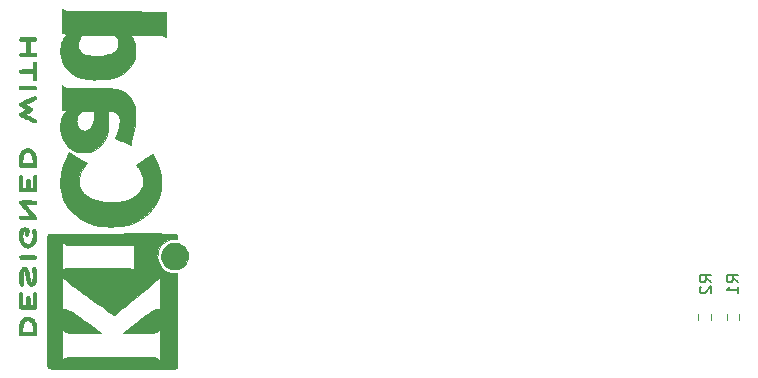
<source format=gbr>
%TF.GenerationSoftware,KiCad,Pcbnew,(6.0.8)*%
%TF.CreationDate,2022-10-25T18:18:37+09:00*%
%TF.ProjectId,amp-input,616d702d-696e-4707-9574-2e6b69636164,rev?*%
%TF.SameCoordinates,Original*%
%TF.FileFunction,Legend,Bot*%
%TF.FilePolarity,Positive*%
%FSLAX46Y46*%
G04 Gerber Fmt 4.6, Leading zero omitted, Abs format (unit mm)*
G04 Created by KiCad (PCBNEW (6.0.8)) date 2022-10-25 18:18:37*
%MOMM*%
%LPD*%
G01*
G04 APERTURE LIST*
%ADD10C,0.150000*%
%ADD11C,0.010000*%
%ADD12C,0.120000*%
G04 APERTURE END LIST*
D10*
%TO.C,R1*%
X158681380Y-98512333D02*
X158205190Y-98179000D01*
X158681380Y-97940904D02*
X157681380Y-97940904D01*
X157681380Y-98321857D01*
X157729000Y-98417095D01*
X157776619Y-98464714D01*
X157871857Y-98512333D01*
X158014714Y-98512333D01*
X158109952Y-98464714D01*
X158157571Y-98417095D01*
X158205190Y-98321857D01*
X158205190Y-97940904D01*
X158681380Y-99464714D02*
X158681380Y-98893285D01*
X158681380Y-99179000D02*
X157681380Y-99179000D01*
X157824238Y-99083761D01*
X157919476Y-98988523D01*
X157967095Y-98893285D01*
%TO.C,R2*%
X156395380Y-98512333D02*
X155919190Y-98179000D01*
X156395380Y-97940904D02*
X155395380Y-97940904D01*
X155395380Y-98321857D01*
X155443000Y-98417095D01*
X155490619Y-98464714D01*
X155585857Y-98512333D01*
X155728714Y-98512333D01*
X155823952Y-98464714D01*
X155871571Y-98417095D01*
X155919190Y-98321857D01*
X155919190Y-97940904D01*
X155490619Y-98893285D02*
X155443000Y-98940904D01*
X155395380Y-99036142D01*
X155395380Y-99274238D01*
X155443000Y-99369476D01*
X155490619Y-99417095D01*
X155585857Y-99464714D01*
X155681095Y-99464714D01*
X155823952Y-99417095D01*
X156395380Y-98845666D01*
X156395380Y-99464714D01*
%TO.C,LOGO1*%
G36*
X98224732Y-97215527D02*
G01*
X98290387Y-97223308D01*
X98343676Y-97248187D01*
X98405648Y-97298742D01*
X98450126Y-97341355D01*
X98495419Y-97394383D01*
X98532318Y-97454083D01*
X98562966Y-97526864D01*
X98589508Y-97619139D01*
X98614087Y-97737318D01*
X98638848Y-97887811D01*
X98665935Y-98077030D01*
X98680017Y-98168058D01*
X98709265Y-98304574D01*
X98742411Y-98403284D01*
X98778367Y-98462683D01*
X98816044Y-98481266D01*
X98854354Y-98457528D01*
X98892209Y-98389964D01*
X98894648Y-98383845D01*
X98918912Y-98290713D01*
X98935386Y-98164853D01*
X98943744Y-98017329D01*
X98943658Y-97859207D01*
X98934802Y-97701550D01*
X98916850Y-97555423D01*
X98915547Y-97547534D01*
X98900064Y-97449465D01*
X98892808Y-97384674D01*
X98894009Y-97342492D01*
X98903895Y-97312250D01*
X98922696Y-97283280D01*
X98924444Y-97280930D01*
X98985463Y-97231677D01*
X99056783Y-97222048D01*
X99126254Y-97253802D01*
X99135207Y-97262934D01*
X99165621Y-97322427D01*
X99191984Y-97416810D01*
X99213680Y-97537956D01*
X99230091Y-97677741D01*
X99240598Y-97828039D01*
X99244584Y-97980725D01*
X99241432Y-98127672D01*
X99230524Y-98260756D01*
X99211242Y-98371851D01*
X99181387Y-98474071D01*
X99114826Y-98617332D01*
X99029080Y-98720102D01*
X98924486Y-98782024D01*
X98801382Y-98802744D01*
X98738606Y-98800862D01*
X98688790Y-98789225D01*
X98645257Y-98759479D01*
X98590312Y-98703284D01*
X98575589Y-98687256D01*
X98533596Y-98639626D01*
X98499503Y-98594638D01*
X98471472Y-98546356D01*
X98447664Y-98488844D01*
X98426241Y-98416168D01*
X98405365Y-98322390D01*
X98383198Y-98201577D01*
X98357901Y-98047791D01*
X98327635Y-97855097D01*
X98321540Y-97818205D01*
X98294177Y-97692989D01*
X98262570Y-97602150D01*
X98228275Y-97549348D01*
X98192849Y-97538241D01*
X98184270Y-97543506D01*
X98154006Y-97579530D01*
X98120589Y-97636033D01*
X98108554Y-97661746D01*
X98094105Y-97704533D01*
X98084508Y-97757541D01*
X98078845Y-97829549D01*
X98076198Y-97929339D01*
X98075648Y-98065691D01*
X98075795Y-98101419D01*
X98078027Y-98237265D01*
X98082497Y-98367722D01*
X98088657Y-98479470D01*
X98095958Y-98559185D01*
X98104131Y-98630525D01*
X98105704Y-98689291D01*
X98096464Y-98727261D01*
X98075018Y-98757623D01*
X98067800Y-98764968D01*
X98003969Y-98797798D01*
X97932342Y-98795147D01*
X97870832Y-98757063D01*
X97847516Y-98716140D01*
X97822013Y-98643852D01*
X97801824Y-98558626D01*
X97800621Y-98551693D01*
X97790141Y-98465974D01*
X97781355Y-98350688D01*
X97775152Y-98220074D01*
X97772422Y-98088369D01*
X97772338Y-98055759D01*
X97777315Y-97858257D01*
X97793399Y-97697438D01*
X97822592Y-97566497D01*
X97866897Y-97458625D01*
X97928317Y-97367017D01*
X98008855Y-97284866D01*
X98061541Y-97244444D01*
X98120900Y-97221088D01*
X98200688Y-97215244D01*
X98224732Y-97215527D01*
G37*
D11*
X98224732Y-97215527D02*
X98290387Y-97223308D01*
X98343676Y-97248187D01*
X98405648Y-97298742D01*
X98450126Y-97341355D01*
X98495419Y-97394383D01*
X98532318Y-97454083D01*
X98562966Y-97526864D01*
X98589508Y-97619139D01*
X98614087Y-97737318D01*
X98638848Y-97887811D01*
X98665935Y-98077030D01*
X98680017Y-98168058D01*
X98709265Y-98304574D01*
X98742411Y-98403284D01*
X98778367Y-98462683D01*
X98816044Y-98481266D01*
X98854354Y-98457528D01*
X98892209Y-98389964D01*
X98894648Y-98383845D01*
X98918912Y-98290713D01*
X98935386Y-98164853D01*
X98943744Y-98017329D01*
X98943658Y-97859207D01*
X98934802Y-97701550D01*
X98916850Y-97555423D01*
X98915547Y-97547534D01*
X98900064Y-97449465D01*
X98892808Y-97384674D01*
X98894009Y-97342492D01*
X98903895Y-97312250D01*
X98922696Y-97283280D01*
X98924444Y-97280930D01*
X98985463Y-97231677D01*
X99056783Y-97222048D01*
X99126254Y-97253802D01*
X99135207Y-97262934D01*
X99165621Y-97322427D01*
X99191984Y-97416810D01*
X99213680Y-97537956D01*
X99230091Y-97677741D01*
X99240598Y-97828039D01*
X99244584Y-97980725D01*
X99241432Y-98127672D01*
X99230524Y-98260756D01*
X99211242Y-98371851D01*
X99181387Y-98474071D01*
X99114826Y-98617332D01*
X99029080Y-98720102D01*
X98924486Y-98782024D01*
X98801382Y-98802744D01*
X98738606Y-98800862D01*
X98688790Y-98789225D01*
X98645257Y-98759479D01*
X98590312Y-98703284D01*
X98575589Y-98687256D01*
X98533596Y-98639626D01*
X98499503Y-98594638D01*
X98471472Y-98546356D01*
X98447664Y-98488844D01*
X98426241Y-98416168D01*
X98405365Y-98322390D01*
X98383198Y-98201577D01*
X98357901Y-98047791D01*
X98327635Y-97855097D01*
X98321540Y-97818205D01*
X98294177Y-97692989D01*
X98262570Y-97602150D01*
X98228275Y-97549348D01*
X98192849Y-97538241D01*
X98184270Y-97543506D01*
X98154006Y-97579530D01*
X98120589Y-97636033D01*
X98108554Y-97661746D01*
X98094105Y-97704533D01*
X98084508Y-97757541D01*
X98078845Y-97829549D01*
X98076198Y-97929339D01*
X98075648Y-98065691D01*
X98075795Y-98101419D01*
X98078027Y-98237265D01*
X98082497Y-98367722D01*
X98088657Y-98479470D01*
X98095958Y-98559185D01*
X98104131Y-98630525D01*
X98105704Y-98689291D01*
X98096464Y-98727261D01*
X98075018Y-98757623D01*
X98067800Y-98764968D01*
X98003969Y-98797798D01*
X97932342Y-98795147D01*
X97870832Y-98757063D01*
X97847516Y-98716140D01*
X97822013Y-98643852D01*
X97801824Y-98558626D01*
X97800621Y-98551693D01*
X97790141Y-98465974D01*
X97781355Y-98350688D01*
X97775152Y-98220074D01*
X97772422Y-98088369D01*
X97772338Y-98055759D01*
X97777315Y-97858257D01*
X97793399Y-97697438D01*
X97822592Y-97566497D01*
X97866897Y-97458625D01*
X97928317Y-97367017D01*
X98008855Y-97284866D01*
X98061541Y-97244444D01*
X98120900Y-97221088D01*
X98200688Y-97215244D01*
X98224732Y-97215527D01*
G36*
X97949212Y-88770706D02*
G01*
X97903165Y-88764822D01*
X97871421Y-88756632D01*
X97848475Y-88745755D01*
X97828826Y-88731812D01*
X97769071Y-88684809D01*
X97769872Y-88461316D01*
X98063892Y-88461316D01*
X98948357Y-88461316D01*
X98947457Y-88285557D01*
X98942482Y-88151120D01*
X98919879Y-87965499D01*
X98880626Y-87806161D01*
X98826437Y-87681658D01*
X98784795Y-87619502D01*
X98724997Y-87563011D01*
X98639762Y-87516124D01*
X98607687Y-87501806D01*
X98542394Y-87478053D01*
X98493314Y-87473171D01*
X98443636Y-87484446D01*
X98411739Y-87495950D01*
X98291387Y-87562103D01*
X98199472Y-87657203D01*
X98132906Y-87785303D01*
X98088600Y-87950455D01*
X98087591Y-87956068D01*
X98075613Y-88049052D01*
X98067120Y-88162348D01*
X98063892Y-88272713D01*
X98063892Y-88461316D01*
X97769872Y-88461316D01*
X97770264Y-88351946D01*
X97770863Y-88282044D01*
X97777755Y-88084198D01*
X97793188Y-87921552D01*
X97818415Y-87786764D01*
X97854686Y-87672489D01*
X97903252Y-87571386D01*
X97907103Y-87564639D01*
X97980867Y-87448499D01*
X98055129Y-87363413D01*
X98142488Y-87297487D01*
X98255545Y-87238827D01*
X98274861Y-87230225D01*
X98401797Y-87184868D01*
X98513048Y-87170864D01*
X98623592Y-87188144D01*
X98748411Y-87236643D01*
X98751812Y-87238242D01*
X98891275Y-87319506D01*
X99004978Y-87421327D01*
X99094511Y-87547338D01*
X99161466Y-87701174D01*
X99207431Y-87886467D01*
X99233999Y-88106852D01*
X99242760Y-88365963D01*
X99242770Y-88373138D01*
X99242489Y-88493715D01*
X99240407Y-88577950D01*
X99235196Y-88634429D01*
X99225528Y-88671732D01*
X99210076Y-88698445D01*
X99187513Y-88723150D01*
X99131847Y-88778816D01*
X98510214Y-88778816D01*
X98386453Y-88778765D01*
X98228179Y-88778312D01*
X98106216Y-88777071D01*
X98063892Y-88775952D01*
X98015061Y-88774662D01*
X97949212Y-88770706D01*
G37*
X97949212Y-88770706D02*
X97903165Y-88764822D01*
X97871421Y-88756632D01*
X97848475Y-88745755D01*
X97828826Y-88731812D01*
X97769071Y-88684809D01*
X97769872Y-88461316D01*
X98063892Y-88461316D01*
X98948357Y-88461316D01*
X98947457Y-88285557D01*
X98942482Y-88151120D01*
X98919879Y-87965499D01*
X98880626Y-87806161D01*
X98826437Y-87681658D01*
X98784795Y-87619502D01*
X98724997Y-87563011D01*
X98639762Y-87516124D01*
X98607687Y-87501806D01*
X98542394Y-87478053D01*
X98493314Y-87473171D01*
X98443636Y-87484446D01*
X98411739Y-87495950D01*
X98291387Y-87562103D01*
X98199472Y-87657203D01*
X98132906Y-87785303D01*
X98088600Y-87950455D01*
X98087591Y-87956068D01*
X98075613Y-88049052D01*
X98067120Y-88162348D01*
X98063892Y-88272713D01*
X98063892Y-88461316D01*
X97769872Y-88461316D01*
X97770264Y-88351946D01*
X97770863Y-88282044D01*
X97777755Y-88084198D01*
X97793188Y-87921552D01*
X97818415Y-87786764D01*
X97854686Y-87672489D01*
X97903252Y-87571386D01*
X97907103Y-87564639D01*
X97980867Y-87448499D01*
X98055129Y-87363413D01*
X98142488Y-87297487D01*
X98255545Y-87238827D01*
X98274861Y-87230225D01*
X98401797Y-87184868D01*
X98513048Y-87170864D01*
X98623592Y-87188144D01*
X98748411Y-87236643D01*
X98751812Y-87238242D01*
X98891275Y-87319506D01*
X99004978Y-87421327D01*
X99094511Y-87547338D01*
X99161466Y-87701174D01*
X99207431Y-87886467D01*
X99233999Y-88106852D01*
X99242760Y-88365963D01*
X99242770Y-88373138D01*
X99242489Y-88493715D01*
X99240407Y-88577950D01*
X99235196Y-88634429D01*
X99225528Y-88671732D01*
X99210076Y-88698445D01*
X99187513Y-88723150D01*
X99131847Y-88778816D01*
X98510214Y-88778816D01*
X98386453Y-88778765D01*
X98228179Y-88778312D01*
X98106216Y-88777071D01*
X98063892Y-88775952D01*
X98015061Y-88774662D01*
X97949212Y-88770706D01*
G36*
X98658123Y-96240145D02*
G01*
X98814637Y-96240657D01*
X98935193Y-96241951D01*
X99025047Y-96244370D01*
X99089458Y-96248260D01*
X99133683Y-96253966D01*
X99162980Y-96261832D01*
X99182607Y-96272202D01*
X99197821Y-96285423D01*
X99236033Y-96344050D01*
X99234346Y-96410607D01*
X99187513Y-96479221D01*
X99131847Y-96534887D01*
X98502948Y-96534887D01*
X98334137Y-96534805D01*
X98185031Y-96534285D01*
X98071020Y-96532938D01*
X97986703Y-96530371D01*
X97926682Y-96526195D01*
X97885556Y-96520018D01*
X97857927Y-96511450D01*
X97838394Y-96500100D01*
X97821560Y-96485577D01*
X97778440Y-96422369D01*
X97774891Y-96351724D01*
X97814428Y-96285423D01*
X97826218Y-96274762D01*
X97844467Y-96263814D01*
X97871269Y-96255445D01*
X97911881Y-96249309D01*
X97971562Y-96245062D01*
X98055570Y-96242359D01*
X98169161Y-96240855D01*
X98317593Y-96240206D01*
X98506125Y-96240066D01*
X98658123Y-96240145D01*
G37*
X98658123Y-96240145D02*
X98814637Y-96240657D01*
X98935193Y-96241951D01*
X99025047Y-96244370D01*
X99089458Y-96248260D01*
X99133683Y-96253966D01*
X99162980Y-96261832D01*
X99182607Y-96272202D01*
X99197821Y-96285423D01*
X99236033Y-96344050D01*
X99234346Y-96410607D01*
X99187513Y-96479221D01*
X99131847Y-96534887D01*
X98502948Y-96534887D01*
X98334137Y-96534805D01*
X98185031Y-96534285D01*
X98071020Y-96532938D01*
X97986703Y-96530371D01*
X97926682Y-96526195D01*
X97885556Y-96520018D01*
X97857927Y-96511450D01*
X97838394Y-96500100D01*
X97821560Y-96485577D01*
X97778440Y-96422369D01*
X97774891Y-96351724D01*
X97814428Y-96285423D01*
X97826218Y-96274762D01*
X97844467Y-96263814D01*
X97871269Y-96255445D01*
X97911881Y-96249309D01*
X97971562Y-96245062D01*
X98055570Y-96242359D01*
X98169161Y-96240855D01*
X98317593Y-96240206D01*
X98506125Y-96240066D01*
X98658123Y-96240145D01*
G36*
X98337730Y-91593796D02*
G01*
X98523812Y-91595639D01*
X99156529Y-91602298D01*
X99199854Y-91655837D01*
X99232381Y-91708200D01*
X99237948Y-91774210D01*
X99199873Y-91843580D01*
X99192672Y-91852242D01*
X99175536Y-91868579D01*
X99152249Y-91880691D01*
X99116278Y-91889452D01*
X99061091Y-91895735D01*
X98980154Y-91900415D01*
X98866937Y-91904364D01*
X98714906Y-91908458D01*
X98273244Y-91919798D01*
X98602295Y-92282655D01*
X98760264Y-92456905D01*
X98897661Y-92609125D01*
X99008854Y-92733953D01*
X99095982Y-92834596D01*
X99161186Y-92914265D01*
X99206604Y-92976166D01*
X99234376Y-93023508D01*
X99246641Y-93059501D01*
X99245539Y-93087351D01*
X99233209Y-93110268D01*
X99211791Y-93131459D01*
X99183423Y-93154134D01*
X99171448Y-93163079D01*
X99150364Y-93175130D01*
X99122590Y-93184330D01*
X99082603Y-93191062D01*
X99024878Y-93195712D01*
X98943891Y-93198660D01*
X98834119Y-93200292D01*
X98690038Y-93200990D01*
X98506125Y-93201137D01*
X98388542Y-93201091D01*
X98229660Y-93200652D01*
X98107232Y-93199429D01*
X98015731Y-93197037D01*
X97949636Y-93193093D01*
X97903422Y-93187214D01*
X97871565Y-93179017D01*
X97848541Y-93168118D01*
X97828826Y-93154134D01*
X97779822Y-93093005D01*
X97774037Y-93022807D01*
X97812388Y-92948516D01*
X97819370Y-92940110D01*
X97836501Y-92923685D01*
X97859706Y-92911510D01*
X97895530Y-92902706D01*
X97950519Y-92896394D01*
X98031217Y-92891698D01*
X98144170Y-92887738D01*
X98295924Y-92883637D01*
X98736142Y-92872298D01*
X98252712Y-92339351D01*
X98118563Y-92191024D01*
X98001812Y-92060083D01*
X97911495Y-91955228D01*
X97845357Y-91872713D01*
X97801145Y-91808791D01*
X97776606Y-91759716D01*
X97769483Y-91721743D01*
X97777525Y-91691126D01*
X97798476Y-91664117D01*
X97830083Y-91636973D01*
X97847126Y-91624426D01*
X97868375Y-91613113D01*
X97896818Y-91604653D01*
X97937905Y-91598723D01*
X97997089Y-91594996D01*
X98079820Y-91593150D01*
X98191550Y-91592858D01*
X98337730Y-91593796D01*
G37*
X98337730Y-91593796D02*
X98523812Y-91595639D01*
X99156529Y-91602298D01*
X99199854Y-91655837D01*
X99232381Y-91708200D01*
X99237948Y-91774210D01*
X99199873Y-91843580D01*
X99192672Y-91852242D01*
X99175536Y-91868579D01*
X99152249Y-91880691D01*
X99116278Y-91889452D01*
X99061091Y-91895735D01*
X98980154Y-91900415D01*
X98866937Y-91904364D01*
X98714906Y-91908458D01*
X98273244Y-91919798D01*
X98602295Y-92282655D01*
X98760264Y-92456905D01*
X98897661Y-92609125D01*
X99008854Y-92733953D01*
X99095982Y-92834596D01*
X99161186Y-92914265D01*
X99206604Y-92976166D01*
X99234376Y-93023508D01*
X99246641Y-93059501D01*
X99245539Y-93087351D01*
X99233209Y-93110268D01*
X99211791Y-93131459D01*
X99183423Y-93154134D01*
X99171448Y-93163079D01*
X99150364Y-93175130D01*
X99122590Y-93184330D01*
X99082603Y-93191062D01*
X99024878Y-93195712D01*
X98943891Y-93198660D01*
X98834119Y-93200292D01*
X98690038Y-93200990D01*
X98506125Y-93201137D01*
X98388542Y-93201091D01*
X98229660Y-93200652D01*
X98107232Y-93199429D01*
X98015731Y-93197037D01*
X97949636Y-93193093D01*
X97903422Y-93187214D01*
X97871565Y-93179017D01*
X97848541Y-93168118D01*
X97828826Y-93154134D01*
X97779822Y-93093005D01*
X97774037Y-93022807D01*
X97812388Y-92948516D01*
X97819370Y-92940110D01*
X97836501Y-92923685D01*
X97859706Y-92911510D01*
X97895530Y-92902706D01*
X97950519Y-92896394D01*
X98031217Y-92891698D01*
X98144170Y-92887738D01*
X98295924Y-92883637D01*
X98736142Y-92872298D01*
X98252712Y-92339351D01*
X98118563Y-92191024D01*
X98001812Y-92060083D01*
X97911495Y-91955228D01*
X97845357Y-91872713D01*
X97801145Y-91808791D01*
X97776606Y-91759716D01*
X97769483Y-91721743D01*
X97777525Y-91691126D01*
X97798476Y-91664117D01*
X97830083Y-91636973D01*
X97847126Y-91624426D01*
X97868375Y-91613113D01*
X97896818Y-91604653D01*
X97937905Y-91598723D01*
X97997089Y-91594996D01*
X98079820Y-91593150D01*
X98191550Y-91592858D01*
X98337730Y-91593796D01*
G36*
X97964508Y-99380755D02*
G01*
X98018535Y-99415066D01*
X98027792Y-99425068D01*
X98040423Y-99444706D01*
X98049714Y-99473063D01*
X98056176Y-99516245D01*
X98060315Y-99580359D01*
X98062642Y-99671510D01*
X98063665Y-99795806D01*
X98063892Y-99959351D01*
X98063892Y-100458280D01*
X98381392Y-100458280D01*
X98381392Y-100134487D01*
X98381684Y-100062531D01*
X98385145Y-99930697D01*
X98394055Y-99835793D01*
X98410336Y-99772040D01*
X98435911Y-99733657D01*
X98472703Y-99714866D01*
X98522634Y-99709887D01*
X98563327Y-99711489D01*
X98607173Y-99722040D01*
X98638013Y-99747742D01*
X98658093Y-99794630D01*
X98669657Y-99868737D01*
X98674949Y-99976099D01*
X98676214Y-100122748D01*
X98676214Y-100460543D01*
X98806616Y-100453742D01*
X98937017Y-100446941D01*
X98943142Y-99949296D01*
X98944907Y-99823555D01*
X98947809Y-99686022D01*
X98951688Y-99583759D01*
X98957012Y-99510929D01*
X98964251Y-99461696D01*
X98973873Y-99430225D01*
X98986344Y-99410680D01*
X98999207Y-99398596D01*
X99062853Y-99372462D01*
X99134544Y-99379615D01*
X99196938Y-99419342D01*
X99202810Y-99425874D01*
X99215570Y-99443914D01*
X99225318Y-99468230D01*
X99232458Y-99504403D01*
X99237394Y-99558017D01*
X99240531Y-99634656D01*
X99242271Y-99739903D01*
X99243019Y-99879339D01*
X99243178Y-100058550D01*
X99243146Y-100168504D01*
X99242760Y-100323386D01*
X99241585Y-100441805D01*
X99239192Y-100529368D01*
X99235149Y-100591682D01*
X99229026Y-100634357D01*
X99220391Y-100662998D01*
X99208816Y-100683214D01*
X99193868Y-100700613D01*
X99190491Y-100704198D01*
X99175346Y-100718751D01*
X99157230Y-100730085D01*
X99130844Y-100738604D01*
X99090891Y-100744709D01*
X99032072Y-100748802D01*
X98949089Y-100751286D01*
X98836643Y-100752563D01*
X98689437Y-100753034D01*
X98502171Y-100753101D01*
X98355943Y-100753028D01*
X98198893Y-100752529D01*
X98077927Y-100751250D01*
X97987768Y-100748845D01*
X97923141Y-100744966D01*
X97878770Y-100739264D01*
X97849378Y-100731392D01*
X97829689Y-100721001D01*
X97814428Y-100707744D01*
X97808046Y-100701046D01*
X97795770Y-100683926D01*
X97786379Y-100659815D01*
X97779488Y-100623232D01*
X97774712Y-100568695D01*
X97771667Y-100490725D01*
X97769969Y-100383841D01*
X97769231Y-100242561D01*
X97769071Y-100061405D01*
X97769095Y-99976811D01*
X97769460Y-99813793D01*
X97770571Y-99688251D01*
X97772812Y-99594703D01*
X97776568Y-99527670D01*
X97782223Y-99481671D01*
X97790161Y-99451224D01*
X97800768Y-99430849D01*
X97814428Y-99415066D01*
X97857820Y-99385482D01*
X97916482Y-99369708D01*
X97964508Y-99380755D01*
G37*
X97964508Y-99380755D02*
X98018535Y-99415066D01*
X98027792Y-99425068D01*
X98040423Y-99444706D01*
X98049714Y-99473063D01*
X98056176Y-99516245D01*
X98060315Y-99580359D01*
X98062642Y-99671510D01*
X98063665Y-99795806D01*
X98063892Y-99959351D01*
X98063892Y-100458280D01*
X98381392Y-100458280D01*
X98381392Y-100134487D01*
X98381684Y-100062531D01*
X98385145Y-99930697D01*
X98394055Y-99835793D01*
X98410336Y-99772040D01*
X98435911Y-99733657D01*
X98472703Y-99714866D01*
X98522634Y-99709887D01*
X98563327Y-99711489D01*
X98607173Y-99722040D01*
X98638013Y-99747742D01*
X98658093Y-99794630D01*
X98669657Y-99868737D01*
X98674949Y-99976099D01*
X98676214Y-100122748D01*
X98676214Y-100460543D01*
X98806616Y-100453742D01*
X98937017Y-100446941D01*
X98943142Y-99949296D01*
X98944907Y-99823555D01*
X98947809Y-99686022D01*
X98951688Y-99583759D01*
X98957012Y-99510929D01*
X98964251Y-99461696D01*
X98973873Y-99430225D01*
X98986344Y-99410680D01*
X98999207Y-99398596D01*
X99062853Y-99372462D01*
X99134544Y-99379615D01*
X99196938Y-99419342D01*
X99202810Y-99425874D01*
X99215570Y-99443914D01*
X99225318Y-99468230D01*
X99232458Y-99504403D01*
X99237394Y-99558017D01*
X99240531Y-99634656D01*
X99242271Y-99739903D01*
X99243019Y-99879339D01*
X99243178Y-100058550D01*
X99243146Y-100168504D01*
X99242760Y-100323386D01*
X99241585Y-100441805D01*
X99239192Y-100529368D01*
X99235149Y-100591682D01*
X99229026Y-100634357D01*
X99220391Y-100662998D01*
X99208816Y-100683214D01*
X99193868Y-100700613D01*
X99190491Y-100704198D01*
X99175346Y-100718751D01*
X99157230Y-100730085D01*
X99130844Y-100738604D01*
X99090891Y-100744709D01*
X99032072Y-100748802D01*
X98949089Y-100751286D01*
X98836643Y-100752563D01*
X98689437Y-100753034D01*
X98502171Y-100753101D01*
X98355943Y-100753028D01*
X98198893Y-100752529D01*
X98077927Y-100751250D01*
X97987768Y-100748845D01*
X97923141Y-100744966D01*
X97878770Y-100739264D01*
X97849378Y-100731392D01*
X97829689Y-100721001D01*
X97814428Y-100707744D01*
X97808046Y-100701046D01*
X97795770Y-100683926D01*
X97786379Y-100659815D01*
X97779488Y-100623232D01*
X97774712Y-100568695D01*
X97771667Y-100490725D01*
X97769969Y-100383841D01*
X97769231Y-100242561D01*
X97769071Y-100061405D01*
X97769095Y-99976811D01*
X97769460Y-99813793D01*
X97770571Y-99688251D01*
X97772812Y-99594703D01*
X97776568Y-99527670D01*
X97782223Y-99481671D01*
X97790161Y-99451224D01*
X97800768Y-99430849D01*
X97814428Y-99415066D01*
X97857820Y-99385482D01*
X97916482Y-99369708D01*
X97964508Y-99380755D01*
G36*
X99102748Y-89459185D02*
G01*
X99142989Y-89461503D01*
X99174715Y-89471141D01*
X99198936Y-89492853D01*
X99216661Y-89531393D01*
X99228899Y-89591517D01*
X99236660Y-89677978D01*
X99240954Y-89795531D01*
X99242791Y-89948930D01*
X99243178Y-90142930D01*
X99243178Y-90725881D01*
X99183423Y-90772884D01*
X99169996Y-90782826D01*
X99148759Y-90794567D01*
X99120460Y-90803529D01*
X99079628Y-90810086D01*
X99020793Y-90814612D01*
X98938483Y-90817481D01*
X98827229Y-90819067D01*
X98681559Y-90819744D01*
X98496003Y-90819887D01*
X98363581Y-90819829D01*
X98206247Y-90819363D01*
X98085174Y-90818116D01*
X97994977Y-90815720D01*
X97930273Y-90811809D01*
X97885678Y-90806013D01*
X97855807Y-90797965D01*
X97835277Y-90787299D01*
X97818705Y-90773646D01*
X97809348Y-90764576D01*
X97796317Y-90748043D01*
X97786450Y-90725222D01*
X97779308Y-90690532D01*
X97774450Y-90638390D01*
X97771437Y-90563217D01*
X97769829Y-90459431D01*
X97769187Y-90321449D01*
X97769071Y-90143693D01*
X97769084Y-90104168D01*
X97769619Y-89929340D01*
X97771158Y-89793432D01*
X97773999Y-89691068D01*
X97778442Y-89616875D01*
X97784786Y-89565478D01*
X97793331Y-89531503D01*
X97804375Y-89509576D01*
X97824436Y-89488498D01*
X97886947Y-89461857D01*
X97959045Y-89464233D01*
X98022419Y-89496706D01*
X98026992Y-89501104D01*
X98039584Y-89518557D01*
X98048957Y-89545360D01*
X98055579Y-89587513D01*
X98059917Y-89651018D01*
X98062437Y-89741876D01*
X98063606Y-89866087D01*
X98063892Y-90029652D01*
X98063892Y-90525066D01*
X98381392Y-90525066D01*
X98381392Y-90198739D01*
X98381554Y-90127083D01*
X98383156Y-90015045D01*
X98387183Y-89936420D01*
X98394498Y-89883276D01*
X98405966Y-89847683D01*
X98422450Y-89821708D01*
X98428846Y-89814389D01*
X98491073Y-89777410D01*
X98564070Y-89776136D01*
X98631608Y-89811371D01*
X98631746Y-89811495D01*
X98649076Y-89830923D01*
X98661241Y-89857629D01*
X98669139Y-89899228D01*
X98673668Y-89963336D01*
X98675727Y-90057566D01*
X98676214Y-90189534D01*
X98676214Y-90527329D01*
X98806616Y-90520528D01*
X98937017Y-90513726D01*
X98943151Y-90027410D01*
X98943810Y-89977154D01*
X98946782Y-89813186D01*
X98951572Y-89687991D01*
X98959598Y-89596357D01*
X98972282Y-89533071D01*
X98991043Y-89492922D01*
X99017302Y-89470698D01*
X99052480Y-89461185D01*
X99097996Y-89459173D01*
X99102748Y-89459185D01*
G37*
X99102748Y-89459185D02*
X99142989Y-89461503D01*
X99174715Y-89471141D01*
X99198936Y-89492853D01*
X99216661Y-89531393D01*
X99228899Y-89591517D01*
X99236660Y-89677978D01*
X99240954Y-89795531D01*
X99242791Y-89948930D01*
X99243178Y-90142930D01*
X99243178Y-90725881D01*
X99183423Y-90772884D01*
X99169996Y-90782826D01*
X99148759Y-90794567D01*
X99120460Y-90803529D01*
X99079628Y-90810086D01*
X99020793Y-90814612D01*
X98938483Y-90817481D01*
X98827229Y-90819067D01*
X98681559Y-90819744D01*
X98496003Y-90819887D01*
X98363581Y-90819829D01*
X98206247Y-90819363D01*
X98085174Y-90818116D01*
X97994977Y-90815720D01*
X97930273Y-90811809D01*
X97885678Y-90806013D01*
X97855807Y-90797965D01*
X97835277Y-90787299D01*
X97818705Y-90773646D01*
X97809348Y-90764576D01*
X97796317Y-90748043D01*
X97786450Y-90725222D01*
X97779308Y-90690532D01*
X97774450Y-90638390D01*
X97771437Y-90563217D01*
X97769829Y-90459431D01*
X97769187Y-90321449D01*
X97769071Y-90143693D01*
X97769084Y-90104168D01*
X97769619Y-89929340D01*
X97771158Y-89793432D01*
X97773999Y-89691068D01*
X97778442Y-89616875D01*
X97784786Y-89565478D01*
X97793331Y-89531503D01*
X97804375Y-89509576D01*
X97824436Y-89488498D01*
X97886947Y-89461857D01*
X97959045Y-89464233D01*
X98022419Y-89496706D01*
X98026992Y-89501104D01*
X98039584Y-89518557D01*
X98048957Y-89545360D01*
X98055579Y-89587513D01*
X98059917Y-89651018D01*
X98062437Y-89741876D01*
X98063606Y-89866087D01*
X98063892Y-90029652D01*
X98063892Y-90525066D01*
X98381392Y-90525066D01*
X98381392Y-90198739D01*
X98381554Y-90127083D01*
X98383156Y-90015045D01*
X98387183Y-89936420D01*
X98394498Y-89883276D01*
X98405966Y-89847683D01*
X98422450Y-89821708D01*
X98428846Y-89814389D01*
X98491073Y-89777410D01*
X98564070Y-89776136D01*
X98631608Y-89811371D01*
X98631746Y-89811495D01*
X98649076Y-89830923D01*
X98661241Y-89857629D01*
X98669139Y-89899228D01*
X98673668Y-89963336D01*
X98675727Y-90057566D01*
X98676214Y-90189534D01*
X98676214Y-90527329D01*
X98806616Y-90520528D01*
X98937017Y-90513726D01*
X98943151Y-90027410D01*
X98943810Y-89977154D01*
X98946782Y-89813186D01*
X98951572Y-89687991D01*
X98959598Y-89596357D01*
X98972282Y-89533071D01*
X98991043Y-89492922D01*
X99017302Y-89470698D01*
X99052480Y-89461185D01*
X99097996Y-89459173D01*
X99102748Y-89459185D01*
G36*
X99187513Y-77835374D02*
G01*
X99232197Y-77898411D01*
X99237600Y-77965166D01*
X99197821Y-78029173D01*
X99178193Y-78045818D01*
X99146267Y-78060708D01*
X99098118Y-78069422D01*
X99024043Y-78073512D01*
X98914339Y-78074530D01*
X98676214Y-78074530D01*
X98676214Y-79072387D01*
X98904030Y-79072387D01*
X98908272Y-79072388D01*
X99012128Y-79073267D01*
X99081486Y-79077212D01*
X99126839Y-79086284D01*
X99158684Y-79102544D01*
X99187513Y-79128053D01*
X99232197Y-79191090D01*
X99237600Y-79257844D01*
X99197821Y-79321851D01*
X99185385Y-79333166D01*
X99168901Y-79343393D01*
X99145242Y-79351602D01*
X99110168Y-79357986D01*
X99059435Y-79362740D01*
X98988801Y-79366056D01*
X98894023Y-79368128D01*
X98770859Y-79369149D01*
X98615066Y-79369312D01*
X98422402Y-79368811D01*
X98188625Y-79367839D01*
X98160148Y-79367702D01*
X98036072Y-79366524D01*
X97948316Y-79363868D01*
X97889293Y-79358754D01*
X97851417Y-79350205D01*
X97827101Y-79337245D01*
X97808759Y-79318894D01*
X97773769Y-79251681D01*
X97779598Y-79181472D01*
X97828826Y-79119390D01*
X97855350Y-79101291D01*
X97892586Y-79086322D01*
X97944876Y-79077547D01*
X98022312Y-79073419D01*
X98134987Y-79072387D01*
X98381392Y-79072387D01*
X98381392Y-78074530D01*
X98110536Y-78074530D01*
X98038634Y-78074383D01*
X97945561Y-78072851D01*
X97884219Y-78068479D01*
X97845989Y-78059847D01*
X97822248Y-78045536D01*
X97804375Y-78024127D01*
X97774101Y-77959336D01*
X97779459Y-77888448D01*
X97828826Y-77826712D01*
X97841391Y-77817359D01*
X97862534Y-77805435D01*
X97890517Y-77796332D01*
X97930845Y-77789671D01*
X97989018Y-77785073D01*
X98070539Y-77782156D01*
X98180911Y-77780543D01*
X98325635Y-77779854D01*
X98510214Y-77779708D01*
X99131847Y-77779708D01*
X99187513Y-77835374D01*
G37*
X99187513Y-77835374D02*
X99232197Y-77898411D01*
X99237600Y-77965166D01*
X99197821Y-78029173D01*
X99178193Y-78045818D01*
X99146267Y-78060708D01*
X99098118Y-78069422D01*
X99024043Y-78073512D01*
X98914339Y-78074530D01*
X98676214Y-78074530D01*
X98676214Y-79072387D01*
X98904030Y-79072387D01*
X98908272Y-79072388D01*
X99012128Y-79073267D01*
X99081486Y-79077212D01*
X99126839Y-79086284D01*
X99158684Y-79102544D01*
X99187513Y-79128053D01*
X99232197Y-79191090D01*
X99237600Y-79257844D01*
X99197821Y-79321851D01*
X99185385Y-79333166D01*
X99168901Y-79343393D01*
X99145242Y-79351602D01*
X99110168Y-79357986D01*
X99059435Y-79362740D01*
X98988801Y-79366056D01*
X98894023Y-79368128D01*
X98770859Y-79369149D01*
X98615066Y-79369312D01*
X98422402Y-79368811D01*
X98188625Y-79367839D01*
X98160148Y-79367702D01*
X98036072Y-79366524D01*
X97948316Y-79363868D01*
X97889293Y-79358754D01*
X97851417Y-79350205D01*
X97827101Y-79337245D01*
X97808759Y-79318894D01*
X97773769Y-79251681D01*
X97779598Y-79181472D01*
X97828826Y-79119390D01*
X97855350Y-79101291D01*
X97892586Y-79086322D01*
X97944876Y-79077547D01*
X98022312Y-79073419D01*
X98134987Y-79072387D01*
X98381392Y-79072387D01*
X98381392Y-78074530D01*
X98110536Y-78074530D01*
X98038634Y-78074383D01*
X97945561Y-78072851D01*
X97884219Y-78068479D01*
X97845989Y-78059847D01*
X97822248Y-78045536D01*
X97804375Y-78024127D01*
X97774101Y-77959336D01*
X97779459Y-77888448D01*
X97828826Y-77826712D01*
X97841391Y-77817359D01*
X97862534Y-77805435D01*
X97890517Y-77796332D01*
X97930845Y-77789671D01*
X97989018Y-77785073D01*
X98070539Y-77782156D01*
X98180911Y-77780543D01*
X98325635Y-77779854D01*
X98510214Y-77779708D01*
X99131847Y-77779708D01*
X99187513Y-77835374D01*
G36*
X99141739Y-82765148D02*
G01*
X99183690Y-82794593D01*
X99224474Y-82848035D01*
X99225162Y-82849554D01*
X99239226Y-82888908D01*
X99240290Y-82923974D01*
X99224271Y-82957949D01*
X99187084Y-82994030D01*
X99124643Y-83035415D01*
X99032865Y-83085301D01*
X98907664Y-83146885D01*
X98744955Y-83223364D01*
X98681908Y-83252762D01*
X98554978Y-83312525D01*
X98445278Y-83364948D01*
X98358801Y-83407124D01*
X98301540Y-83436147D01*
X98279488Y-83449110D01*
X98280655Y-83451840D01*
X98308674Y-83471913D01*
X98368014Y-83506649D01*
X98451619Y-83552045D01*
X98552436Y-83604093D01*
X98615694Y-83636181D01*
X98726896Y-83694339D01*
X98805278Y-83739517D01*
X98856460Y-83776111D01*
X98886062Y-83808517D01*
X98899702Y-83841131D01*
X98903000Y-83878349D01*
X98902045Y-83899448D01*
X98893593Y-83931824D01*
X98871769Y-83962589D01*
X98831042Y-83995933D01*
X98765883Y-84036049D01*
X98670759Y-84087128D01*
X98540142Y-84153362D01*
X98501460Y-84172914D01*
X98407706Y-84222048D01*
X98335058Y-84262700D01*
X98290081Y-84291091D01*
X98279339Y-84303444D01*
X98285910Y-84306191D01*
X98327916Y-84325023D01*
X98402123Y-84358896D01*
X98502271Y-84404933D01*
X98622099Y-84460261D01*
X98755348Y-84522006D01*
X98870300Y-84575674D01*
X98994831Y-84635185D01*
X99086719Y-84681533D01*
X99151087Y-84717651D01*
X99193060Y-84746473D01*
X99217764Y-84770934D01*
X99230322Y-84793969D01*
X99236133Y-84812872D01*
X99236431Y-84863307D01*
X99205609Y-84917834D01*
X99203631Y-84920447D01*
X99158157Y-84964812D01*
X99113509Y-84987008D01*
X99112224Y-84987101D01*
X99076742Y-84977978D01*
X99007302Y-84952135D01*
X98910180Y-84912441D01*
X98791654Y-84861767D01*
X98658001Y-84802983D01*
X98515497Y-84738959D01*
X98370419Y-84672566D01*
X98229045Y-84606674D01*
X98097651Y-84544153D01*
X97982515Y-84487874D01*
X97889913Y-84440707D01*
X97826122Y-84405522D01*
X97797419Y-84385189D01*
X97770562Y-84316067D01*
X97783342Y-84232300D01*
X97792778Y-84221523D01*
X97837278Y-84189724D01*
X97911127Y-84145122D01*
X98006988Y-84092052D01*
X98117522Y-84034850D01*
X98437431Y-83874591D01*
X98142938Y-83727563D01*
X98104185Y-83708085D01*
X97999022Y-83653887D01*
X97909043Y-83605615D01*
X97842779Y-83567919D01*
X97808759Y-83545447D01*
X97806261Y-83543145D01*
X97775551Y-83486653D01*
X97772169Y-83416215D01*
X97797419Y-83353856D01*
X97803143Y-83348982D01*
X97844578Y-83324352D01*
X97920015Y-83284702D01*
X98024134Y-83232661D01*
X98151614Y-83170862D01*
X98297136Y-83101934D01*
X98455378Y-83028509D01*
X98544019Y-82987847D01*
X98706195Y-82913973D01*
X98834120Y-82856806D01*
X98932426Y-82814569D01*
X99005743Y-82785485D01*
X99058703Y-82767778D01*
X99095934Y-82759671D01*
X99122070Y-82759386D01*
X99141739Y-82765148D01*
G37*
X99141739Y-82765148D02*
X99183690Y-82794593D01*
X99224474Y-82848035D01*
X99225162Y-82849554D01*
X99239226Y-82888908D01*
X99240290Y-82923974D01*
X99224271Y-82957949D01*
X99187084Y-82994030D01*
X99124643Y-83035415D01*
X99032865Y-83085301D01*
X98907664Y-83146885D01*
X98744955Y-83223364D01*
X98681908Y-83252762D01*
X98554978Y-83312525D01*
X98445278Y-83364948D01*
X98358801Y-83407124D01*
X98301540Y-83436147D01*
X98279488Y-83449110D01*
X98280655Y-83451840D01*
X98308674Y-83471913D01*
X98368014Y-83506649D01*
X98451619Y-83552045D01*
X98552436Y-83604093D01*
X98615694Y-83636181D01*
X98726896Y-83694339D01*
X98805278Y-83739517D01*
X98856460Y-83776111D01*
X98886062Y-83808517D01*
X98899702Y-83841131D01*
X98903000Y-83878349D01*
X98902045Y-83899448D01*
X98893593Y-83931824D01*
X98871769Y-83962589D01*
X98831042Y-83995933D01*
X98765883Y-84036049D01*
X98670759Y-84087128D01*
X98540142Y-84153362D01*
X98501460Y-84172914D01*
X98407706Y-84222048D01*
X98335058Y-84262700D01*
X98290081Y-84291091D01*
X98279339Y-84303444D01*
X98285910Y-84306191D01*
X98327916Y-84325023D01*
X98402123Y-84358896D01*
X98502271Y-84404933D01*
X98622099Y-84460261D01*
X98755348Y-84522006D01*
X98870300Y-84575674D01*
X98994831Y-84635185D01*
X99086719Y-84681533D01*
X99151087Y-84717651D01*
X99193060Y-84746473D01*
X99217764Y-84770934D01*
X99230322Y-84793969D01*
X99236133Y-84812872D01*
X99236431Y-84863307D01*
X99205609Y-84917834D01*
X99203631Y-84920447D01*
X99158157Y-84964812D01*
X99113509Y-84987008D01*
X99112224Y-84987101D01*
X99076742Y-84977978D01*
X99007302Y-84952135D01*
X98910180Y-84912441D01*
X98791654Y-84861767D01*
X98658001Y-84802983D01*
X98515497Y-84738959D01*
X98370419Y-84672566D01*
X98229045Y-84606674D01*
X98097651Y-84544153D01*
X97982515Y-84487874D01*
X97889913Y-84440707D01*
X97826122Y-84405522D01*
X97797419Y-84385189D01*
X97770562Y-84316067D01*
X97783342Y-84232300D01*
X97792778Y-84221523D01*
X97837278Y-84189724D01*
X97911127Y-84145122D01*
X98006988Y-84092052D01*
X98117522Y-84034850D01*
X98437431Y-83874591D01*
X98142938Y-83727563D01*
X98104185Y-83708085D01*
X97999022Y-83653887D01*
X97909043Y-83605615D01*
X97842779Y-83567919D01*
X97808759Y-83545447D01*
X97806261Y-83543145D01*
X97775551Y-83486653D01*
X97772169Y-83416215D01*
X97797419Y-83353856D01*
X97803143Y-83348982D01*
X97844578Y-83324352D01*
X97920015Y-83284702D01*
X98024134Y-83232661D01*
X98151614Y-83170862D01*
X98297136Y-83101934D01*
X98455378Y-83028509D01*
X98544019Y-82987847D01*
X98706195Y-82913973D01*
X98834120Y-82856806D01*
X98932426Y-82814569D01*
X99005743Y-82785485D01*
X99058703Y-82767778D01*
X99095934Y-82759671D01*
X99122070Y-82759386D01*
X99141739Y-82765148D01*
G36*
X103273830Y-87527646D02*
G01*
X103053616Y-87515380D01*
X102848718Y-87488870D01*
X102678036Y-87448868D01*
X102502430Y-87385040D01*
X102213033Y-87237087D01*
X101958418Y-87047972D01*
X101740320Y-86819654D01*
X101560475Y-86554090D01*
X101420618Y-86253239D01*
X101322483Y-85919059D01*
X101300349Y-85782789D01*
X101284967Y-85588061D01*
X101281507Y-85375989D01*
X101289692Y-85164296D01*
X101309243Y-84970702D01*
X101334644Y-84839895D01*
X102645701Y-84839895D01*
X102647985Y-85027580D01*
X102679000Y-85205808D01*
X102743073Y-85354573D01*
X102843091Y-85483282D01*
X102880086Y-85519489D01*
X103006252Y-85613758D01*
X103142241Y-85664763D01*
X103305874Y-85680081D01*
X103392322Y-85675931D01*
X103570284Y-85634892D01*
X103723032Y-85548679D01*
X103852284Y-85415720D01*
X103959759Y-85234447D01*
X104047176Y-85003291D01*
X104070117Y-84910102D01*
X104085825Y-84797286D01*
X104094548Y-84655307D01*
X104097481Y-84471532D01*
X104097479Y-84441679D01*
X104095801Y-84304193D01*
X104091744Y-84186093D01*
X104085841Y-84099123D01*
X104078624Y-84055027D01*
X104076281Y-84049953D01*
X104061568Y-84033547D01*
X104032002Y-84021928D01*
X103979628Y-84014291D01*
X103896495Y-84009833D01*
X103774650Y-84007747D01*
X103606139Y-84007231D01*
X103461602Y-84007993D01*
X103309734Y-84011684D01*
X103199961Y-84018915D01*
X103125137Y-84030212D01*
X103078113Y-84046102D01*
X103044534Y-84066542D01*
X102952999Y-84143518D01*
X102857705Y-84246656D01*
X102772798Y-84359698D01*
X102712425Y-84466387D01*
X102690273Y-84525581D01*
X102660780Y-84661879D01*
X102645701Y-84839895D01*
X101334644Y-84839895D01*
X101339880Y-84812930D01*
X101364001Y-84733650D01*
X101434588Y-84553593D01*
X101524205Y-84370560D01*
X101623134Y-84203436D01*
X101721656Y-84071104D01*
X101723078Y-84069478D01*
X101784563Y-83996962D01*
X101828344Y-83941170D01*
X101845025Y-83914061D01*
X101841043Y-83911097D01*
X101798023Y-83904391D01*
X101717787Y-83899730D01*
X101612875Y-83897984D01*
X101380724Y-83897984D01*
X101380724Y-82873790D01*
X101380729Y-82846526D01*
X101381129Y-82617861D01*
X101382124Y-82407993D01*
X101383641Y-82222893D01*
X101385605Y-82068532D01*
X101387943Y-81950882D01*
X101390579Y-81875913D01*
X101393440Y-81849597D01*
X101395940Y-81850210D01*
X101432846Y-81867427D01*
X101502183Y-81903518D01*
X101591451Y-81952016D01*
X101776746Y-82054435D01*
X103702230Y-82070242D01*
X103982676Y-82072591D01*
X104340347Y-82075878D01*
X104650857Y-82079328D01*
X104918596Y-82083220D01*
X105147958Y-82087832D01*
X105343332Y-82093445D01*
X105509111Y-82100335D01*
X105649685Y-82108782D01*
X105769447Y-82119066D01*
X105872786Y-82131463D01*
X105964095Y-82146254D01*
X106047765Y-82163716D01*
X106128187Y-82184129D01*
X106209753Y-82207772D01*
X106296853Y-82234922D01*
X106569910Y-82341882D01*
X106822272Y-82488359D01*
X107038332Y-82670777D01*
X107219222Y-82890805D01*
X107366072Y-83150113D01*
X107480011Y-83450372D01*
X107562172Y-83793251D01*
X107613683Y-84180421D01*
X107623926Y-84315742D01*
X107631416Y-84543644D01*
X107624671Y-84769531D01*
X107602556Y-85003978D01*
X107563932Y-85257561D01*
X107507663Y-85540855D01*
X107432611Y-85864435D01*
X107414452Y-85939230D01*
X107369766Y-86127060D01*
X107328621Y-86305085D01*
X107293447Y-86462510D01*
X107266675Y-86588539D01*
X107250735Y-86672374D01*
X107218966Y-86865796D01*
X106559899Y-86593869D01*
X106395345Y-86525851D01*
X106234104Y-86458936D01*
X106096439Y-86401523D01*
X105989084Y-86356431D01*
X105918776Y-86326478D01*
X105892251Y-86314482D01*
X105891871Y-86312596D01*
X105903714Y-86277835D01*
X105934063Y-86209482D01*
X105977516Y-86119869D01*
X106062139Y-85933611D01*
X106154665Y-85677308D01*
X106225522Y-85414983D01*
X106272931Y-85156893D01*
X106295111Y-84913299D01*
X106290284Y-84694458D01*
X106256670Y-84510629D01*
X106203334Y-84382329D01*
X106094032Y-84236620D01*
X105945751Y-84124452D01*
X105763051Y-84049036D01*
X105550496Y-84013584D01*
X105354595Y-84001099D01*
X105352811Y-84652821D01*
X105350968Y-84872606D01*
X105344423Y-85115704D01*
X105332070Y-85323376D01*
X105312709Y-85506364D01*
X105285139Y-85675411D01*
X105248158Y-85841259D01*
X105200567Y-86014650D01*
X105109980Y-86274086D01*
X104960802Y-86579236D01*
X104778073Y-86847045D01*
X104564362Y-87074870D01*
X104322240Y-87260070D01*
X104054277Y-87400003D01*
X103763042Y-87492029D01*
X103684605Y-87506441D01*
X103490460Y-87524917D01*
X103305874Y-87527243D01*
X103273830Y-87527646D01*
G37*
X103273830Y-87527646D02*
X103053616Y-87515380D01*
X102848718Y-87488870D01*
X102678036Y-87448868D01*
X102502430Y-87385040D01*
X102213033Y-87237087D01*
X101958418Y-87047972D01*
X101740320Y-86819654D01*
X101560475Y-86554090D01*
X101420618Y-86253239D01*
X101322483Y-85919059D01*
X101300349Y-85782789D01*
X101284967Y-85588061D01*
X101281507Y-85375989D01*
X101289692Y-85164296D01*
X101309243Y-84970702D01*
X101334644Y-84839895D01*
X102645701Y-84839895D01*
X102647985Y-85027580D01*
X102679000Y-85205808D01*
X102743073Y-85354573D01*
X102843091Y-85483282D01*
X102880086Y-85519489D01*
X103006252Y-85613758D01*
X103142241Y-85664763D01*
X103305874Y-85680081D01*
X103392322Y-85675931D01*
X103570284Y-85634892D01*
X103723032Y-85548679D01*
X103852284Y-85415720D01*
X103959759Y-85234447D01*
X104047176Y-85003291D01*
X104070117Y-84910102D01*
X104085825Y-84797286D01*
X104094548Y-84655307D01*
X104097481Y-84471532D01*
X104097479Y-84441679D01*
X104095801Y-84304193D01*
X104091744Y-84186093D01*
X104085841Y-84099123D01*
X104078624Y-84055027D01*
X104076281Y-84049953D01*
X104061568Y-84033547D01*
X104032002Y-84021928D01*
X103979628Y-84014291D01*
X103896495Y-84009833D01*
X103774650Y-84007747D01*
X103606139Y-84007231D01*
X103461602Y-84007993D01*
X103309734Y-84011684D01*
X103199961Y-84018915D01*
X103125137Y-84030212D01*
X103078113Y-84046102D01*
X103044534Y-84066542D01*
X102952999Y-84143518D01*
X102857705Y-84246656D01*
X102772798Y-84359698D01*
X102712425Y-84466387D01*
X102690273Y-84525581D01*
X102660780Y-84661879D01*
X102645701Y-84839895D01*
X101334644Y-84839895D01*
X101339880Y-84812930D01*
X101364001Y-84733650D01*
X101434588Y-84553593D01*
X101524205Y-84370560D01*
X101623134Y-84203436D01*
X101721656Y-84071104D01*
X101723078Y-84069478D01*
X101784563Y-83996962D01*
X101828344Y-83941170D01*
X101845025Y-83914061D01*
X101841043Y-83911097D01*
X101798023Y-83904391D01*
X101717787Y-83899730D01*
X101612875Y-83897984D01*
X101380724Y-83897984D01*
X101380724Y-82873790D01*
X101380729Y-82846526D01*
X101381129Y-82617861D01*
X101382124Y-82407993D01*
X101383641Y-82222893D01*
X101385605Y-82068532D01*
X101387943Y-81950882D01*
X101390579Y-81875913D01*
X101393440Y-81849597D01*
X101395940Y-81850210D01*
X101432846Y-81867427D01*
X101502183Y-81903518D01*
X101591451Y-81952016D01*
X101776746Y-82054435D01*
X103702230Y-82070242D01*
X103982676Y-82072591D01*
X104340347Y-82075878D01*
X104650857Y-82079328D01*
X104918596Y-82083220D01*
X105147958Y-82087832D01*
X105343332Y-82093445D01*
X105509111Y-82100335D01*
X105649685Y-82108782D01*
X105769447Y-82119066D01*
X105872786Y-82131463D01*
X105964095Y-82146254D01*
X106047765Y-82163716D01*
X106128187Y-82184129D01*
X106209753Y-82207772D01*
X106296853Y-82234922D01*
X106569910Y-82341882D01*
X106822272Y-82488359D01*
X107038332Y-82670777D01*
X107219222Y-82890805D01*
X107366072Y-83150113D01*
X107480011Y-83450372D01*
X107562172Y-83793251D01*
X107613683Y-84180421D01*
X107623926Y-84315742D01*
X107631416Y-84543644D01*
X107624671Y-84769531D01*
X107602556Y-85003978D01*
X107563932Y-85257561D01*
X107507663Y-85540855D01*
X107432611Y-85864435D01*
X107414452Y-85939230D01*
X107369766Y-86127060D01*
X107328621Y-86305085D01*
X107293447Y-86462510D01*
X107266675Y-86588539D01*
X107250735Y-86672374D01*
X107218966Y-86865796D01*
X106559899Y-86593869D01*
X106395345Y-86525851D01*
X106234104Y-86458936D01*
X106096439Y-86401523D01*
X105989084Y-86356431D01*
X105918776Y-86326478D01*
X105892251Y-86314482D01*
X105891871Y-86312596D01*
X105903714Y-86277835D01*
X105934063Y-86209482D01*
X105977516Y-86119869D01*
X106062139Y-85933611D01*
X106154665Y-85677308D01*
X106225522Y-85414983D01*
X106272931Y-85156893D01*
X106295111Y-84913299D01*
X106290284Y-84694458D01*
X106256670Y-84510629D01*
X106203334Y-84382329D01*
X106094032Y-84236620D01*
X105945751Y-84124452D01*
X105763051Y-84049036D01*
X105550496Y-84013584D01*
X105354595Y-84001099D01*
X105352811Y-84652821D01*
X105350968Y-84872606D01*
X105344423Y-85115704D01*
X105332070Y-85323376D01*
X105312709Y-85506364D01*
X105285139Y-85675411D01*
X105248158Y-85841259D01*
X105200567Y-86014650D01*
X105109980Y-86274086D01*
X104960802Y-86579236D01*
X104778073Y-86847045D01*
X104564362Y-87074870D01*
X104322240Y-87260070D01*
X104054277Y-87400003D01*
X103763042Y-87492029D01*
X103684605Y-87506441D01*
X103490460Y-87524917D01*
X103305874Y-87527243D01*
X103273830Y-87527646D01*
G36*
X102786398Y-87963660D02*
G01*
X102883029Y-88022507D01*
X103056494Y-88128231D01*
X103211573Y-88222860D01*
X103342609Y-88302936D01*
X103443946Y-88365001D01*
X103509927Y-88405596D01*
X103534896Y-88421263D01*
X103534150Y-88425621D01*
X103509715Y-88460723D01*
X103459003Y-88522392D01*
X103389882Y-88600884D01*
X103270457Y-88740673D01*
X103093858Y-88990227D01*
X102970747Y-89232353D01*
X102909268Y-89407320D01*
X102846437Y-89703264D01*
X102835300Y-89994037D01*
X102875099Y-90275423D01*
X102965074Y-90543205D01*
X103104466Y-90793168D01*
X103292519Y-91021093D01*
X103431026Y-91147919D01*
X103687216Y-91326590D01*
X103984511Y-91473198D01*
X104324434Y-91588442D01*
X104708508Y-91673026D01*
X104732351Y-91676863D01*
X104886892Y-91694592D01*
X105078905Y-91707790D01*
X105295272Y-91716350D01*
X105522872Y-91720166D01*
X105748585Y-91719130D01*
X105959290Y-91713137D01*
X106141868Y-91702079D01*
X106283197Y-91685848D01*
X106603339Y-91623639D01*
X106977307Y-91518964D01*
X107304710Y-91387318D01*
X107585295Y-91228877D01*
X107818809Y-91043817D01*
X108004998Y-90832315D01*
X108143609Y-90594546D01*
X108234389Y-90330686D01*
X108245656Y-90272145D01*
X108260368Y-90125437D01*
X108265170Y-89953986D01*
X108260327Y-89777000D01*
X108246101Y-89613686D01*
X108222757Y-89483253D01*
X108148426Y-89265967D01*
X108012726Y-89013811D01*
X107834147Y-88789287D01*
X107796529Y-88749659D01*
X107729974Y-88677854D01*
X107685177Y-88627105D01*
X107670276Y-88606488D01*
X107677403Y-88601412D01*
X107722404Y-88570168D01*
X107804116Y-88513724D01*
X107917126Y-88435810D01*
X108056024Y-88340154D01*
X108215399Y-88230487D01*
X108389841Y-88110538D01*
X109103580Y-87619919D01*
X109136418Y-87729520D01*
X109140139Y-87740957D01*
X109169695Y-87815406D01*
X109217355Y-87922742D01*
X109277384Y-88050369D01*
X109344051Y-88185692D01*
X109373527Y-88244659D01*
X109525701Y-88572097D01*
X109643377Y-88873893D01*
X109729565Y-89161654D01*
X109787275Y-89446987D01*
X109819517Y-89741500D01*
X109829302Y-90056801D01*
X109824334Y-90276228D01*
X109790641Y-90643245D01*
X109722691Y-90984204D01*
X109617624Y-91311789D01*
X109472580Y-91638680D01*
X109287390Y-91962267D01*
X109034928Y-92309539D01*
X108743034Y-92631578D01*
X108418934Y-92921291D01*
X108069854Y-93171587D01*
X107703019Y-93375376D01*
X107663776Y-93393874D01*
X107284990Y-93548790D01*
X106891389Y-93666504D01*
X106475452Y-93748537D01*
X106029660Y-93796410D01*
X105546495Y-93811644D01*
X105047027Y-93793121D01*
X104555148Y-93734329D01*
X104094694Y-93634355D01*
X103662399Y-93492304D01*
X103254996Y-93307282D01*
X102869219Y-93078394D01*
X102574489Y-92863393D01*
X102242870Y-92566521D01*
X101958828Y-92242945D01*
X101722455Y-91892805D01*
X101533845Y-91516244D01*
X101393089Y-91113402D01*
X101300282Y-90684423D01*
X101299559Y-90679527D01*
X101292310Y-90596916D01*
X101286934Y-90472250D01*
X101283680Y-90317060D01*
X101282800Y-90142870D01*
X101284545Y-89961210D01*
X101287102Y-89833892D01*
X101293024Y-89644990D01*
X101301503Y-89493620D01*
X101313443Y-89368861D01*
X101329748Y-89259798D01*
X101351325Y-89155511D01*
X101379208Y-89038180D01*
X101410961Y-88915767D01*
X101444271Y-88805057D01*
X101483041Y-88696002D01*
X101531172Y-88578554D01*
X101592565Y-88442666D01*
X101671122Y-88278289D01*
X101770745Y-88075376D01*
X102048093Y-87514167D01*
X102786398Y-87963660D01*
G37*
X102786398Y-87963660D02*
X102883029Y-88022507D01*
X103056494Y-88128231D01*
X103211573Y-88222860D01*
X103342609Y-88302936D01*
X103443946Y-88365001D01*
X103509927Y-88405596D01*
X103534896Y-88421263D01*
X103534150Y-88425621D01*
X103509715Y-88460723D01*
X103459003Y-88522392D01*
X103389882Y-88600884D01*
X103270457Y-88740673D01*
X103093858Y-88990227D01*
X102970747Y-89232353D01*
X102909268Y-89407320D01*
X102846437Y-89703264D01*
X102835300Y-89994037D01*
X102875099Y-90275423D01*
X102965074Y-90543205D01*
X103104466Y-90793168D01*
X103292519Y-91021093D01*
X103431026Y-91147919D01*
X103687216Y-91326590D01*
X103984511Y-91473198D01*
X104324434Y-91588442D01*
X104708508Y-91673026D01*
X104732351Y-91676863D01*
X104886892Y-91694592D01*
X105078905Y-91707790D01*
X105295272Y-91716350D01*
X105522872Y-91720166D01*
X105748585Y-91719130D01*
X105959290Y-91713137D01*
X106141868Y-91702079D01*
X106283197Y-91685848D01*
X106603339Y-91623639D01*
X106977307Y-91518964D01*
X107304710Y-91387318D01*
X107585295Y-91228877D01*
X107818809Y-91043817D01*
X108004998Y-90832315D01*
X108143609Y-90594546D01*
X108234389Y-90330686D01*
X108245656Y-90272145D01*
X108260368Y-90125437D01*
X108265170Y-89953986D01*
X108260327Y-89777000D01*
X108246101Y-89613686D01*
X108222757Y-89483253D01*
X108148426Y-89265967D01*
X108012726Y-89013811D01*
X107834147Y-88789287D01*
X107796529Y-88749659D01*
X107729974Y-88677854D01*
X107685177Y-88627105D01*
X107670276Y-88606488D01*
X107677403Y-88601412D01*
X107722404Y-88570168D01*
X107804116Y-88513724D01*
X107917126Y-88435810D01*
X108056024Y-88340154D01*
X108215399Y-88230487D01*
X108389841Y-88110538D01*
X109103580Y-87619919D01*
X109136418Y-87729520D01*
X109140139Y-87740957D01*
X109169695Y-87815406D01*
X109217355Y-87922742D01*
X109277384Y-88050369D01*
X109344051Y-88185692D01*
X109373527Y-88244659D01*
X109525701Y-88572097D01*
X109643377Y-88873893D01*
X109729565Y-89161654D01*
X109787275Y-89446987D01*
X109819517Y-89741500D01*
X109829302Y-90056801D01*
X109824334Y-90276228D01*
X109790641Y-90643245D01*
X109722691Y-90984204D01*
X109617624Y-91311789D01*
X109472580Y-91638680D01*
X109287390Y-91962267D01*
X109034928Y-92309539D01*
X108743034Y-92631578D01*
X108418934Y-92921291D01*
X108069854Y-93171587D01*
X107703019Y-93375376D01*
X107663776Y-93393874D01*
X107284990Y-93548790D01*
X106891389Y-93666504D01*
X106475452Y-93748537D01*
X106029660Y-93796410D01*
X105546495Y-93811644D01*
X105047027Y-93793121D01*
X104555148Y-93734329D01*
X104094694Y-93634355D01*
X103662399Y-93492304D01*
X103254996Y-93307282D01*
X102869219Y-93078394D01*
X102574489Y-92863393D01*
X102242870Y-92566521D01*
X101958828Y-92242945D01*
X101722455Y-91892805D01*
X101533845Y-91516244D01*
X101393089Y-91113402D01*
X101300282Y-90684423D01*
X101299559Y-90679527D01*
X101292310Y-90596916D01*
X101286934Y-90472250D01*
X101283680Y-90317060D01*
X101282800Y-90142870D01*
X101284545Y-89961210D01*
X101287102Y-89833892D01*
X101293024Y-89644990D01*
X101301503Y-89493620D01*
X101313443Y-89368861D01*
X101329748Y-89259798D01*
X101351325Y-89155511D01*
X101379208Y-89038180D01*
X101410961Y-88915767D01*
X101444271Y-88805057D01*
X101483041Y-88696002D01*
X101531172Y-88578554D01*
X101592565Y-88442666D01*
X101671122Y-88278289D01*
X101770745Y-88075376D01*
X102048093Y-87514167D01*
X102786398Y-87963660D01*
G36*
X111233551Y-95208535D02*
G01*
X111404165Y-95264461D01*
X111526143Y-95329080D01*
X111719669Y-95472936D01*
X111872405Y-95643478D01*
X111984337Y-95834435D01*
X112055450Y-96039537D01*
X112085729Y-96252514D01*
X112075160Y-96467093D01*
X112023728Y-96677006D01*
X111931418Y-96875980D01*
X111798214Y-97057745D01*
X111624104Y-97216031D01*
X111409071Y-97344566D01*
X111333320Y-97379026D01*
X111256541Y-97406943D01*
X111179785Y-97422607D01*
X111084846Y-97429473D01*
X110953520Y-97430995D01*
X110844214Y-97430075D01*
X110743759Y-97424532D01*
X110665384Y-97410942D01*
X110591089Y-97385910D01*
X110502875Y-97346045D01*
X110479367Y-97334513D01*
X110264111Y-97198208D01*
X110087004Y-97026774D01*
X109952203Y-96825078D01*
X109863864Y-96597984D01*
X109839212Y-96481460D01*
X109827677Y-96245068D01*
X109865002Y-96016107D01*
X109947361Y-95801291D01*
X110070927Y-95607335D01*
X110231872Y-95440951D01*
X110426370Y-95308855D01*
X110650595Y-95217760D01*
X110834089Y-95184431D01*
X111036583Y-95181428D01*
X111233551Y-95208535D01*
G37*
X111233551Y-95208535D02*
X111404165Y-95264461D01*
X111526143Y-95329080D01*
X111719669Y-95472936D01*
X111872405Y-95643478D01*
X111984337Y-95834435D01*
X112055450Y-96039537D01*
X112085729Y-96252514D01*
X112075160Y-96467093D01*
X112023728Y-96677006D01*
X111931418Y-96875980D01*
X111798214Y-97057745D01*
X111624104Y-97216031D01*
X111409071Y-97344566D01*
X111333320Y-97379026D01*
X111256541Y-97406943D01*
X111179785Y-97422607D01*
X111084846Y-97429473D01*
X110953520Y-97430995D01*
X110844214Y-97430075D01*
X110743759Y-97424532D01*
X110665384Y-97410942D01*
X110591089Y-97385910D01*
X110502875Y-97346045D01*
X110479367Y-97334513D01*
X110264111Y-97198208D01*
X110087004Y-97026774D01*
X109952203Y-96825078D01*
X109863864Y-96597984D01*
X109839212Y-96481460D01*
X109827677Y-96245068D01*
X109865002Y-96016107D01*
X109947361Y-95801291D01*
X110070927Y-95607335D01*
X110231872Y-95440951D01*
X110426370Y-95308855D01*
X110650595Y-95217760D01*
X110834089Y-95184431D01*
X111036583Y-95181428D01*
X111233551Y-95208535D01*
G36*
X104133249Y-81354270D02*
G01*
X103880503Y-81348475D01*
X103657604Y-81331904D01*
X103452427Y-81303275D01*
X103252849Y-81261304D01*
X103046746Y-81204709D01*
X102800390Y-81118887D01*
X102467822Y-80961263D01*
X102169943Y-80767915D01*
X101909568Y-80541801D01*
X101689514Y-80285879D01*
X101512594Y-80003106D01*
X101381625Y-79696440D01*
X101299421Y-79368840D01*
X101298762Y-79364898D01*
X101275725Y-79125482D01*
X101278800Y-78862427D01*
X101306090Y-78594486D01*
X101322499Y-78510451D01*
X102777379Y-78510451D01*
X102778217Y-78605266D01*
X102787687Y-78675846D01*
X102808385Y-78739153D01*
X102842909Y-78812147D01*
X102935388Y-78952427D01*
X103066208Y-79073955D01*
X103234792Y-79171235D01*
X103443784Y-79245190D01*
X103695827Y-79296747D01*
X103993562Y-79326831D01*
X104339632Y-79336368D01*
X104418310Y-79335904D01*
X104782853Y-79322193D01*
X105100055Y-79288900D01*
X105373263Y-79235216D01*
X105605823Y-79160329D01*
X105801083Y-79063431D01*
X105962388Y-78943712D01*
X106011618Y-78894044D01*
X106114181Y-78740116D01*
X106176593Y-78559420D01*
X106198498Y-78359784D01*
X106179543Y-78149035D01*
X106119371Y-77935001D01*
X106017629Y-77725511D01*
X105927588Y-77575296D01*
X103088489Y-77575296D01*
X102998918Y-77711855D01*
X102966651Y-77764370D01*
X102902192Y-77884618D01*
X102850861Y-77998629D01*
X102833481Y-78048559D01*
X102798784Y-78207432D01*
X102781066Y-78408306D01*
X102777379Y-78510451D01*
X101322499Y-78510451D01*
X101355699Y-78340419D01*
X101425733Y-78118980D01*
X101468351Y-78024462D01*
X101533127Y-77901362D01*
X101607214Y-77774868D01*
X101682457Y-77658180D01*
X101750703Y-77564496D01*
X101803796Y-77507016D01*
X101818372Y-77493821D01*
X101823467Y-77478090D01*
X101798172Y-77467576D01*
X101734421Y-77459828D01*
X101624152Y-77452392D01*
X101394380Y-77438737D01*
X101387226Y-76392717D01*
X101380073Y-75346697D01*
X101503574Y-75419074D01*
X101510876Y-75423388D01*
X101545153Y-75444435D01*
X101575690Y-75463528D01*
X101605138Y-75480770D01*
X101636151Y-75496265D01*
X101671382Y-75510114D01*
X101713483Y-75522421D01*
X101765107Y-75533288D01*
X101828908Y-75542818D01*
X101907538Y-75551113D01*
X102003650Y-75558277D01*
X102119896Y-75564413D01*
X102258931Y-75569622D01*
X102423407Y-75574008D01*
X102615976Y-75577673D01*
X102839292Y-75580721D01*
X103096008Y-75583253D01*
X103388775Y-75585373D01*
X103720249Y-75587184D01*
X104093080Y-75588787D01*
X104509923Y-75590287D01*
X104973430Y-75591785D01*
X105486253Y-75593385D01*
X106051047Y-75595188D01*
X110216101Y-75608844D01*
X110223242Y-76694489D01*
X110223723Y-76773439D01*
X110224676Y-77005726D01*
X110224870Y-77218187D01*
X110224343Y-77405024D01*
X110223136Y-77560436D01*
X110221288Y-77678624D01*
X110218839Y-77753790D01*
X110215828Y-77780134D01*
X110206286Y-77776764D01*
X110161049Y-77751622D01*
X110095263Y-77709980D01*
X110088973Y-77705826D01*
X110038179Y-77673539D01*
X109988758Y-77646468D01*
X109935620Y-77624154D01*
X109873674Y-77606138D01*
X109797829Y-77591960D01*
X109702995Y-77581162D01*
X109584082Y-77573284D01*
X109435998Y-77567868D01*
X109253653Y-77564455D01*
X109031957Y-77562585D01*
X108765818Y-77561799D01*
X108450147Y-77561640D01*
X108203687Y-77561926D01*
X107961720Y-77562802D01*
X107742321Y-77564205D01*
X107550832Y-77566072D01*
X107392596Y-77568338D01*
X107272955Y-77570940D01*
X107197253Y-77573814D01*
X107170832Y-77576897D01*
X107174933Y-77586840D01*
X107203810Y-77630549D01*
X107251236Y-77692972D01*
X107315014Y-77783469D01*
X107408987Y-77953498D01*
X107492812Y-78147836D01*
X107557999Y-78348341D01*
X107591239Y-78516801D01*
X107612428Y-78726609D01*
X107619769Y-78953679D01*
X107613253Y-79180488D01*
X107592872Y-79389515D01*
X107558616Y-79563234D01*
X107500912Y-79740119D01*
X107361026Y-80035206D01*
X107175057Y-80308434D01*
X106947287Y-80554763D01*
X106681998Y-80769153D01*
X106383472Y-80946562D01*
X106291931Y-80990606D01*
X105983157Y-81114032D01*
X105648037Y-81210529D01*
X105280666Y-81281315D01*
X104875136Y-81327611D01*
X104425538Y-81350635D01*
X104339632Y-81351704D01*
X104133249Y-81354270D01*
G37*
X104133249Y-81354270D02*
X103880503Y-81348475D01*
X103657604Y-81331904D01*
X103452427Y-81303275D01*
X103252849Y-81261304D01*
X103046746Y-81204709D01*
X102800390Y-81118887D01*
X102467822Y-80961263D01*
X102169943Y-80767915D01*
X101909568Y-80541801D01*
X101689514Y-80285879D01*
X101512594Y-80003106D01*
X101381625Y-79696440D01*
X101299421Y-79368840D01*
X101298762Y-79364898D01*
X101275725Y-79125482D01*
X101278800Y-78862427D01*
X101306090Y-78594486D01*
X101322499Y-78510451D01*
X102777379Y-78510451D01*
X102778217Y-78605266D01*
X102787687Y-78675846D01*
X102808385Y-78739153D01*
X102842909Y-78812147D01*
X102935388Y-78952427D01*
X103066208Y-79073955D01*
X103234792Y-79171235D01*
X103443784Y-79245190D01*
X103695827Y-79296747D01*
X103993562Y-79326831D01*
X104339632Y-79336368D01*
X104418310Y-79335904D01*
X104782853Y-79322193D01*
X105100055Y-79288900D01*
X105373263Y-79235216D01*
X105605823Y-79160329D01*
X105801083Y-79063431D01*
X105962388Y-78943712D01*
X106011618Y-78894044D01*
X106114181Y-78740116D01*
X106176593Y-78559420D01*
X106198498Y-78359784D01*
X106179543Y-78149035D01*
X106119371Y-77935001D01*
X106017629Y-77725511D01*
X105927588Y-77575296D01*
X103088489Y-77575296D01*
X102998918Y-77711855D01*
X102966651Y-77764370D01*
X102902192Y-77884618D01*
X102850861Y-77998629D01*
X102833481Y-78048559D01*
X102798784Y-78207432D01*
X102781066Y-78408306D01*
X102777379Y-78510451D01*
X101322499Y-78510451D01*
X101355699Y-78340419D01*
X101425733Y-78118980D01*
X101468351Y-78024462D01*
X101533127Y-77901362D01*
X101607214Y-77774868D01*
X101682457Y-77658180D01*
X101750703Y-77564496D01*
X101803796Y-77507016D01*
X101818372Y-77493821D01*
X101823467Y-77478090D01*
X101798172Y-77467576D01*
X101734421Y-77459828D01*
X101624152Y-77452392D01*
X101394380Y-77438737D01*
X101387226Y-76392717D01*
X101380073Y-75346697D01*
X101503574Y-75419074D01*
X101510876Y-75423388D01*
X101545153Y-75444435D01*
X101575690Y-75463528D01*
X101605138Y-75480770D01*
X101636151Y-75496265D01*
X101671382Y-75510114D01*
X101713483Y-75522421D01*
X101765107Y-75533288D01*
X101828908Y-75542818D01*
X101907538Y-75551113D01*
X102003650Y-75558277D01*
X102119896Y-75564413D01*
X102258931Y-75569622D01*
X102423407Y-75574008D01*
X102615976Y-75577673D01*
X102839292Y-75580721D01*
X103096008Y-75583253D01*
X103388775Y-75585373D01*
X103720249Y-75587184D01*
X104093080Y-75588787D01*
X104509923Y-75590287D01*
X104973430Y-75591785D01*
X105486253Y-75593385D01*
X106051047Y-75595188D01*
X110216101Y-75608844D01*
X110223242Y-76694489D01*
X110223723Y-76773439D01*
X110224676Y-77005726D01*
X110224870Y-77218187D01*
X110224343Y-77405024D01*
X110223136Y-77560436D01*
X110221288Y-77678624D01*
X110218839Y-77753790D01*
X110215828Y-77780134D01*
X110206286Y-77776764D01*
X110161049Y-77751622D01*
X110095263Y-77709980D01*
X110088973Y-77705826D01*
X110038179Y-77673539D01*
X109988758Y-77646468D01*
X109935620Y-77624154D01*
X109873674Y-77606138D01*
X109797829Y-77591960D01*
X109702995Y-77581162D01*
X109584082Y-77573284D01*
X109435998Y-77567868D01*
X109253653Y-77564455D01*
X109031957Y-77562585D01*
X108765818Y-77561799D01*
X108450147Y-77561640D01*
X108203687Y-77561926D01*
X107961720Y-77562802D01*
X107742321Y-77564205D01*
X107550832Y-77566072D01*
X107392596Y-77568338D01*
X107272955Y-77570940D01*
X107197253Y-77573814D01*
X107170832Y-77576897D01*
X107174933Y-77586840D01*
X107203810Y-77630549D01*
X107251236Y-77692972D01*
X107315014Y-77783469D01*
X107408987Y-77953498D01*
X107492812Y-78147836D01*
X107557999Y-78348341D01*
X107591239Y-78516801D01*
X107612428Y-78726609D01*
X107619769Y-78953679D01*
X107613253Y-79180488D01*
X107592872Y-79389515D01*
X107558616Y-79563234D01*
X107500912Y-79740119D01*
X107361026Y-80035206D01*
X107175057Y-80308434D01*
X106947287Y-80554763D01*
X106681998Y-80769153D01*
X106383472Y-80946562D01*
X106291931Y-80990606D01*
X105983157Y-81114032D01*
X105648037Y-81210529D01*
X105280666Y-81281315D01*
X104875136Y-81327611D01*
X104425538Y-81350635D01*
X104339632Y-81351704D01*
X104133249Y-81354270D01*
G36*
X101114946Y-105847428D02*
G01*
X100932505Y-105843938D01*
X100777159Y-105839698D01*
X100646650Y-105834638D01*
X100538720Y-105828687D01*
X100451109Y-105821773D01*
X100381561Y-105813826D01*
X100327815Y-105804773D01*
X100287615Y-105794545D01*
X100258700Y-105783070D01*
X100238814Y-105770277D01*
X100225697Y-105756095D01*
X100217091Y-105740453D01*
X100210737Y-105723280D01*
X100204378Y-105704505D01*
X100195754Y-105684056D01*
X100191432Y-105672550D01*
X100186713Y-105651445D01*
X100182389Y-105620084D01*
X100178443Y-105576251D01*
X100174858Y-105517727D01*
X100171616Y-105442293D01*
X100168700Y-105347730D01*
X100166093Y-105231820D01*
X100163778Y-105092345D01*
X100161737Y-104927087D01*
X100159953Y-104733826D01*
X100158408Y-104510345D01*
X100157085Y-104254425D01*
X100155967Y-103963847D01*
X100155036Y-103636393D01*
X100154276Y-103269844D01*
X100153668Y-102861983D01*
X100153196Y-102410590D01*
X100152841Y-101913448D01*
X100152588Y-101368337D01*
X100152431Y-100817661D01*
X101407922Y-100817661D01*
X101579020Y-100808790D01*
X101587617Y-100808360D01*
X101656017Y-100806676D01*
X101721552Y-100809868D01*
X101787814Y-100820071D01*
X101858391Y-100839421D01*
X101936874Y-100870052D01*
X102026853Y-100914100D01*
X102131916Y-100973700D01*
X102255654Y-101050988D01*
X102401657Y-101148098D01*
X102573514Y-101267166D01*
X102774816Y-101410328D01*
X103009151Y-101579718D01*
X103280111Y-101777472D01*
X103591284Y-102005726D01*
X104688171Y-102811425D01*
X103416362Y-102818523D01*
X103297728Y-102819152D01*
X102978182Y-102820262D01*
X102706387Y-102819757D01*
X102477199Y-102817045D01*
X102285474Y-102811530D01*
X102126069Y-102802619D01*
X101993841Y-102789718D01*
X101883646Y-102772233D01*
X101790341Y-102749570D01*
X101708782Y-102721134D01*
X101633825Y-102686333D01*
X101560326Y-102644571D01*
X101483144Y-102595254D01*
X101408036Y-102545680D01*
X101408036Y-105122054D01*
X101496800Y-105055504D01*
X101510842Y-105045082D01*
X101639544Y-104961757D01*
X101769647Y-104904317D01*
X101918726Y-104866598D01*
X102104353Y-104842438D01*
X102112445Y-104841775D01*
X102189011Y-104838269D01*
X102316759Y-104835103D01*
X102492767Y-104832292D01*
X102714117Y-104829849D01*
X102977890Y-104827787D01*
X103281167Y-104826122D01*
X103621029Y-104824865D01*
X103994556Y-104824031D01*
X104398830Y-104823634D01*
X104830932Y-104823687D01*
X105287941Y-104824205D01*
X105766940Y-104825201D01*
X106196603Y-104826255D01*
X106664300Y-104827383D01*
X107082751Y-104828494D01*
X107454885Y-104829726D01*
X107783636Y-104831220D01*
X108071935Y-104833115D01*
X108322713Y-104835550D01*
X108538901Y-104838664D01*
X108723433Y-104842597D01*
X108879239Y-104847489D01*
X109009251Y-104853479D01*
X109116400Y-104860706D01*
X109203619Y-104869309D01*
X109273839Y-104879429D01*
X109329991Y-104891204D01*
X109375008Y-104904774D01*
X109411820Y-104920279D01*
X109443361Y-104937857D01*
X109472560Y-104957648D01*
X109502350Y-104979792D01*
X109535663Y-105004428D01*
X109569046Y-105028257D01*
X109635051Y-105074313D01*
X109676692Y-105101901D01*
X109678436Y-105102567D01*
X109686311Y-105092934D01*
X109692881Y-105058941D01*
X109698249Y-104996804D01*
X109702514Y-104902741D01*
X109705777Y-104772969D01*
X109708140Y-104603707D01*
X109709703Y-104391170D01*
X109710566Y-104131578D01*
X109710832Y-103821146D01*
X109710832Y-102519795D01*
X109629322Y-102588380D01*
X109573340Y-102628130D01*
X109441344Y-102694295D01*
X109277177Y-102752277D01*
X109095074Y-102796531D01*
X109077786Y-102799352D01*
X108986650Y-102807744D01*
X108845801Y-102814100D01*
X108654264Y-102818435D01*
X108411064Y-102820767D01*
X108115225Y-102821113D01*
X107765772Y-102819489D01*
X106599099Y-102811425D01*
X107652511Y-101978414D01*
X107682685Y-101954555D01*
X107950109Y-101743311D01*
X108179134Y-101562966D01*
X108373652Y-101410648D01*
X108537559Y-101283489D01*
X108674747Y-101178616D01*
X108789113Y-101093162D01*
X108884548Y-101024254D01*
X108964949Y-100969024D01*
X109034208Y-100924602D01*
X109096220Y-100888116D01*
X109154878Y-100856697D01*
X109214078Y-100827475D01*
X109318868Y-100782521D01*
X109429411Y-100753481D01*
X109548648Y-100745757D01*
X109710832Y-100746533D01*
X109710832Y-97982691D01*
X109624373Y-98102864D01*
X109543114Y-98204498D01*
X109410574Y-98347709D01*
X109244464Y-98510145D01*
X109051114Y-98685656D01*
X108836853Y-98868091D01*
X108779556Y-98915072D01*
X108681284Y-98995059D01*
X108552355Y-99099614D01*
X108397073Y-99225272D01*
X108219740Y-99368570D01*
X108024661Y-99526043D01*
X107816137Y-99694229D01*
X107598473Y-99869662D01*
X107498574Y-99950128D01*
X107375971Y-100048880D01*
X107152935Y-100228419D01*
X106933667Y-100404814D01*
X106722472Y-100574602D01*
X106523651Y-100734319D01*
X106341510Y-100880501D01*
X106180349Y-101009685D01*
X106044474Y-101118406D01*
X105938186Y-101203201D01*
X105865790Y-101260606D01*
X105831588Y-101287157D01*
X105818735Y-101289348D01*
X105794290Y-101282059D01*
X105755831Y-101263170D01*
X105700632Y-101230796D01*
X105625963Y-101183050D01*
X105529098Y-101118048D01*
X105407308Y-101033905D01*
X105257864Y-100928734D01*
X105078040Y-100800650D01*
X104865107Y-100647768D01*
X104616337Y-100468201D01*
X104329002Y-100260065D01*
X104000374Y-100021475D01*
X103738790Y-99831368D01*
X103419897Y-99599433D01*
X103139848Y-99395415D01*
X102895534Y-99216944D01*
X102683848Y-99061645D01*
X102501680Y-98927147D01*
X102345924Y-98811076D01*
X102213471Y-98711060D01*
X102101213Y-98624727D01*
X102006043Y-98549704D01*
X101924851Y-98483618D01*
X101854530Y-98424097D01*
X101791972Y-98368769D01*
X101734069Y-98315259D01*
X101677712Y-98261197D01*
X101619794Y-98204209D01*
X101408036Y-97994198D01*
X101407979Y-99405929D01*
X101407922Y-100817661D01*
X100152431Y-100817661D01*
X100152418Y-100773040D01*
X100152314Y-100125337D01*
X100152294Y-99920082D01*
X100152281Y-99286436D01*
X100152360Y-98704549D01*
X100152549Y-98172228D01*
X100152862Y-97687281D01*
X100153057Y-97498241D01*
X101408036Y-97498241D01*
X101776746Y-97294435D01*
X107129864Y-97294435D01*
X107498574Y-97498241D01*
X107498574Y-95343564D01*
X104664972Y-95335774D01*
X101831369Y-95327984D01*
X101668239Y-95251601D01*
X101587384Y-95211330D01*
X101506387Y-95165729D01*
X101456573Y-95131292D01*
X101456477Y-95131206D01*
X101444903Y-95122846D01*
X101435333Y-95123636D01*
X101427577Y-95138123D01*
X101421445Y-95170855D01*
X101416748Y-95226378D01*
X101413294Y-95309241D01*
X101410894Y-95423991D01*
X101409359Y-95575175D01*
X101408497Y-95767340D01*
X101408120Y-96005034D01*
X101408036Y-96292804D01*
X101408036Y-97498241D01*
X100153057Y-97498241D01*
X100153315Y-97247515D01*
X100153925Y-96850740D01*
X100154707Y-96494761D01*
X100155677Y-96177387D01*
X100156851Y-95896427D01*
X100158245Y-95649686D01*
X100159875Y-95434974D01*
X100161757Y-95250099D01*
X100163907Y-95092867D01*
X100166340Y-94961087D01*
X100169073Y-94852566D01*
X100172121Y-94765113D01*
X100175501Y-94696535D01*
X100179228Y-94644639D01*
X100183318Y-94607234D01*
X100187788Y-94582127D01*
X100192652Y-94567127D01*
X100194817Y-94562354D01*
X100201928Y-94542816D01*
X100207121Y-94524899D01*
X100212658Y-94508530D01*
X100220801Y-94493636D01*
X100233810Y-94480146D01*
X100253948Y-94467986D01*
X100283476Y-94457083D01*
X100324656Y-94447366D01*
X100379750Y-94438761D01*
X100451019Y-94431195D01*
X100540725Y-94424597D01*
X100651130Y-94418893D01*
X100784494Y-94414011D01*
X100943081Y-94409878D01*
X101129151Y-94406422D01*
X101344966Y-94403569D01*
X101592788Y-94401248D01*
X101874879Y-94399386D01*
X102193499Y-94397909D01*
X102550912Y-94396746D01*
X102949377Y-94395824D01*
X103391158Y-94395069D01*
X103878516Y-94394410D01*
X104413712Y-94393774D01*
X104999007Y-94393088D01*
X105636665Y-94392280D01*
X105713861Y-94392175D01*
X106347477Y-94391274D01*
X106928996Y-94390412D01*
X107460680Y-94389653D01*
X107944792Y-94389061D01*
X108383594Y-94388700D01*
X108779348Y-94388633D01*
X109134319Y-94388925D01*
X109450767Y-94389640D01*
X109730957Y-94390840D01*
X109977150Y-94392590D01*
X110191610Y-94394953D01*
X110376598Y-94397995D01*
X110534378Y-94401777D01*
X110667212Y-94406364D01*
X110777364Y-94411820D01*
X110867095Y-94418209D01*
X110938668Y-94425594D01*
X110994347Y-94434039D01*
X111036393Y-94443608D01*
X111067069Y-94454365D01*
X111088639Y-94466374D01*
X111103364Y-94479698D01*
X111113507Y-94494401D01*
X111121332Y-94510548D01*
X111129100Y-94528201D01*
X111139075Y-94547424D01*
X111142254Y-94553049D01*
X111173021Y-94638163D01*
X111185666Y-94731338D01*
X111185662Y-94836371D01*
X110946688Y-94838121D01*
X110919188Y-94838565D01*
X110639651Y-94871949D01*
X110376633Y-94956977D01*
X110132918Y-95092466D01*
X109911293Y-95277236D01*
X109820901Y-95376389D01*
X109671077Y-95597162D01*
X109566597Y-95838046D01*
X109507518Y-96092026D01*
X109493895Y-96352086D01*
X109525784Y-96611210D01*
X109603242Y-96862383D01*
X109726323Y-97098588D01*
X109895084Y-97312811D01*
X109954580Y-97372363D01*
X110174870Y-97548379D01*
X110413935Y-97673277D01*
X110673318Y-97747725D01*
X110954560Y-97772392D01*
X111185671Y-97772392D01*
X111185671Y-101692996D01*
X111185681Y-101937937D01*
X111185753Y-102464139D01*
X111185804Y-102939487D01*
X111185733Y-103366611D01*
X111185434Y-103748138D01*
X111184803Y-104086697D01*
X111183738Y-104384917D01*
X111182133Y-104645426D01*
X111179885Y-104870854D01*
X111176890Y-105063828D01*
X111173044Y-105226977D01*
X111168244Y-105362931D01*
X111162384Y-105474317D01*
X111155362Y-105563764D01*
X111147073Y-105633901D01*
X111137414Y-105687356D01*
X111126280Y-105726758D01*
X111113568Y-105754736D01*
X111099173Y-105773919D01*
X111082993Y-105786934D01*
X111064922Y-105796411D01*
X111044857Y-105804978D01*
X111022694Y-105815263D01*
X111022332Y-105815448D01*
X111007824Y-105820442D01*
X110983530Y-105825023D01*
X110947210Y-105829208D01*
X110896620Y-105833014D01*
X110829519Y-105836460D01*
X110743665Y-105839562D01*
X110636816Y-105842338D01*
X110506730Y-105844806D01*
X110351166Y-105846981D01*
X110167881Y-105848883D01*
X109954633Y-105850529D01*
X109709181Y-105851935D01*
X109429282Y-105853119D01*
X109112695Y-105854099D01*
X108757178Y-105854891D01*
X108360489Y-105855515D01*
X107920385Y-105855985D01*
X107434626Y-105856321D01*
X106900969Y-105856540D01*
X106317172Y-105856658D01*
X105680993Y-105856693D01*
X105556015Y-105856695D01*
X104926466Y-105856755D01*
X104348856Y-105856849D01*
X103820926Y-105856904D01*
X103340417Y-105856849D01*
X102905071Y-105856615D01*
X102512630Y-105856128D01*
X102160835Y-105855318D01*
X101847427Y-105854114D01*
X101570149Y-105852445D01*
X101408036Y-105850976D01*
X101326741Y-105850240D01*
X101114946Y-105847428D01*
G37*
X101114946Y-105847428D02*
X100932505Y-105843938D01*
X100777159Y-105839698D01*
X100646650Y-105834638D01*
X100538720Y-105828687D01*
X100451109Y-105821773D01*
X100381561Y-105813826D01*
X100327815Y-105804773D01*
X100287615Y-105794545D01*
X100258700Y-105783070D01*
X100238814Y-105770277D01*
X100225697Y-105756095D01*
X100217091Y-105740453D01*
X100210737Y-105723280D01*
X100204378Y-105704505D01*
X100195754Y-105684056D01*
X100191432Y-105672550D01*
X100186713Y-105651445D01*
X100182389Y-105620084D01*
X100178443Y-105576251D01*
X100174858Y-105517727D01*
X100171616Y-105442293D01*
X100168700Y-105347730D01*
X100166093Y-105231820D01*
X100163778Y-105092345D01*
X100161737Y-104927087D01*
X100159953Y-104733826D01*
X100158408Y-104510345D01*
X100157085Y-104254425D01*
X100155967Y-103963847D01*
X100155036Y-103636393D01*
X100154276Y-103269844D01*
X100153668Y-102861983D01*
X100153196Y-102410590D01*
X100152841Y-101913448D01*
X100152588Y-101368337D01*
X100152431Y-100817661D01*
X101407922Y-100817661D01*
X101579020Y-100808790D01*
X101587617Y-100808360D01*
X101656017Y-100806676D01*
X101721552Y-100809868D01*
X101787814Y-100820071D01*
X101858391Y-100839421D01*
X101936874Y-100870052D01*
X102026853Y-100914100D01*
X102131916Y-100973700D01*
X102255654Y-101050988D01*
X102401657Y-101148098D01*
X102573514Y-101267166D01*
X102774816Y-101410328D01*
X103009151Y-101579718D01*
X103280111Y-101777472D01*
X103591284Y-102005726D01*
X104688171Y-102811425D01*
X103416362Y-102818523D01*
X103297728Y-102819152D01*
X102978182Y-102820262D01*
X102706387Y-102819757D01*
X102477199Y-102817045D01*
X102285474Y-102811530D01*
X102126069Y-102802619D01*
X101993841Y-102789718D01*
X101883646Y-102772233D01*
X101790341Y-102749570D01*
X101708782Y-102721134D01*
X101633825Y-102686333D01*
X101560326Y-102644571D01*
X101483144Y-102595254D01*
X101408036Y-102545680D01*
X101408036Y-105122054D01*
X101496800Y-105055504D01*
X101510842Y-105045082D01*
X101639544Y-104961757D01*
X101769647Y-104904317D01*
X101918726Y-104866598D01*
X102104353Y-104842438D01*
X102112445Y-104841775D01*
X102189011Y-104838269D01*
X102316759Y-104835103D01*
X102492767Y-104832292D01*
X102714117Y-104829849D01*
X102977890Y-104827787D01*
X103281167Y-104826122D01*
X103621029Y-104824865D01*
X103994556Y-104824031D01*
X104398830Y-104823634D01*
X104830932Y-104823687D01*
X105287941Y-104824205D01*
X105766940Y-104825201D01*
X106196603Y-104826255D01*
X106664300Y-104827383D01*
X107082751Y-104828494D01*
X107454885Y-104829726D01*
X107783636Y-104831220D01*
X108071935Y-104833115D01*
X108322713Y-104835550D01*
X108538901Y-104838664D01*
X108723433Y-104842597D01*
X108879239Y-104847489D01*
X109009251Y-104853479D01*
X109116400Y-104860706D01*
X109203619Y-104869309D01*
X109273839Y-104879429D01*
X109329991Y-104891204D01*
X109375008Y-104904774D01*
X109411820Y-104920279D01*
X109443361Y-104937857D01*
X109472560Y-104957648D01*
X109502350Y-104979792D01*
X109535663Y-105004428D01*
X109569046Y-105028257D01*
X109635051Y-105074313D01*
X109676692Y-105101901D01*
X109678436Y-105102567D01*
X109686311Y-105092934D01*
X109692881Y-105058941D01*
X109698249Y-104996804D01*
X109702514Y-104902741D01*
X109705777Y-104772969D01*
X109708140Y-104603707D01*
X109709703Y-104391170D01*
X109710566Y-104131578D01*
X109710832Y-103821146D01*
X109710832Y-102519795D01*
X109629322Y-102588380D01*
X109573340Y-102628130D01*
X109441344Y-102694295D01*
X109277177Y-102752277D01*
X109095074Y-102796531D01*
X109077786Y-102799352D01*
X108986650Y-102807744D01*
X108845801Y-102814100D01*
X108654264Y-102818435D01*
X108411064Y-102820767D01*
X108115225Y-102821113D01*
X107765772Y-102819489D01*
X106599099Y-102811425D01*
X107652511Y-101978414D01*
X107682685Y-101954555D01*
X107950109Y-101743311D01*
X108179134Y-101562966D01*
X108373652Y-101410648D01*
X108537559Y-101283489D01*
X108674747Y-101178616D01*
X108789113Y-101093162D01*
X108884548Y-101024254D01*
X108964949Y-100969024D01*
X109034208Y-100924602D01*
X109096220Y-100888116D01*
X109154878Y-100856697D01*
X109214078Y-100827475D01*
X109318868Y-100782521D01*
X109429411Y-100753481D01*
X109548648Y-100745757D01*
X109710832Y-100746533D01*
X109710832Y-97982691D01*
X109624373Y-98102864D01*
X109543114Y-98204498D01*
X109410574Y-98347709D01*
X109244464Y-98510145D01*
X109051114Y-98685656D01*
X108836853Y-98868091D01*
X108779556Y-98915072D01*
X108681284Y-98995059D01*
X108552355Y-99099614D01*
X108397073Y-99225272D01*
X108219740Y-99368570D01*
X108024661Y-99526043D01*
X107816137Y-99694229D01*
X107598473Y-99869662D01*
X107498574Y-99950128D01*
X107375971Y-100048880D01*
X107152935Y-100228419D01*
X106933667Y-100404814D01*
X106722472Y-100574602D01*
X106523651Y-100734319D01*
X106341510Y-100880501D01*
X106180349Y-101009685D01*
X106044474Y-101118406D01*
X105938186Y-101203201D01*
X105865790Y-101260606D01*
X105831588Y-101287157D01*
X105818735Y-101289348D01*
X105794290Y-101282059D01*
X105755831Y-101263170D01*
X105700632Y-101230796D01*
X105625963Y-101183050D01*
X105529098Y-101118048D01*
X105407308Y-101033905D01*
X105257864Y-100928734D01*
X105078040Y-100800650D01*
X104865107Y-100647768D01*
X104616337Y-100468201D01*
X104329002Y-100260065D01*
X104000374Y-100021475D01*
X103738790Y-99831368D01*
X103419897Y-99599433D01*
X103139848Y-99395415D01*
X102895534Y-99216944D01*
X102683848Y-99061645D01*
X102501680Y-98927147D01*
X102345924Y-98811076D01*
X102213471Y-98711060D01*
X102101213Y-98624727D01*
X102006043Y-98549704D01*
X101924851Y-98483618D01*
X101854530Y-98424097D01*
X101791972Y-98368769D01*
X101734069Y-98315259D01*
X101677712Y-98261197D01*
X101619794Y-98204209D01*
X101408036Y-97994198D01*
X101407979Y-99405929D01*
X101407922Y-100817661D01*
X100152431Y-100817661D01*
X100152418Y-100773040D01*
X100152314Y-100125337D01*
X100152294Y-99920082D01*
X100152281Y-99286436D01*
X100152360Y-98704549D01*
X100152549Y-98172228D01*
X100152862Y-97687281D01*
X100153057Y-97498241D01*
X101408036Y-97498241D01*
X101776746Y-97294435D01*
X107129864Y-97294435D01*
X107498574Y-97498241D01*
X107498574Y-95343564D01*
X104664972Y-95335774D01*
X101831369Y-95327984D01*
X101668239Y-95251601D01*
X101587384Y-95211330D01*
X101506387Y-95165729D01*
X101456573Y-95131292D01*
X101456477Y-95131206D01*
X101444903Y-95122846D01*
X101435333Y-95123636D01*
X101427577Y-95138123D01*
X101421445Y-95170855D01*
X101416748Y-95226378D01*
X101413294Y-95309241D01*
X101410894Y-95423991D01*
X101409359Y-95575175D01*
X101408497Y-95767340D01*
X101408120Y-96005034D01*
X101408036Y-96292804D01*
X101408036Y-97498241D01*
X100153057Y-97498241D01*
X100153315Y-97247515D01*
X100153925Y-96850740D01*
X100154707Y-96494761D01*
X100155677Y-96177387D01*
X100156851Y-95896427D01*
X100158245Y-95649686D01*
X100159875Y-95434974D01*
X100161757Y-95250099D01*
X100163907Y-95092867D01*
X100166340Y-94961087D01*
X100169073Y-94852566D01*
X100172121Y-94765113D01*
X100175501Y-94696535D01*
X100179228Y-94644639D01*
X100183318Y-94607234D01*
X100187788Y-94582127D01*
X100192652Y-94567127D01*
X100194817Y-94562354D01*
X100201928Y-94542816D01*
X100207121Y-94524899D01*
X100212658Y-94508530D01*
X100220801Y-94493636D01*
X100233810Y-94480146D01*
X100253948Y-94467986D01*
X100283476Y-94457083D01*
X100324656Y-94447366D01*
X100379750Y-94438761D01*
X100451019Y-94431195D01*
X100540725Y-94424597D01*
X100651130Y-94418893D01*
X100784494Y-94414011D01*
X100943081Y-94409878D01*
X101129151Y-94406422D01*
X101344966Y-94403569D01*
X101592788Y-94401248D01*
X101874879Y-94399386D01*
X102193499Y-94397909D01*
X102550912Y-94396746D01*
X102949377Y-94395824D01*
X103391158Y-94395069D01*
X103878516Y-94394410D01*
X104413712Y-94393774D01*
X104999007Y-94393088D01*
X105636665Y-94392280D01*
X105713861Y-94392175D01*
X106347477Y-94391274D01*
X106928996Y-94390412D01*
X107460680Y-94389653D01*
X107944792Y-94389061D01*
X108383594Y-94388700D01*
X108779348Y-94388633D01*
X109134319Y-94388925D01*
X109450767Y-94389640D01*
X109730957Y-94390840D01*
X109977150Y-94392590D01*
X110191610Y-94394953D01*
X110376598Y-94397995D01*
X110534378Y-94401777D01*
X110667212Y-94406364D01*
X110777364Y-94411820D01*
X110867095Y-94418209D01*
X110938668Y-94425594D01*
X110994347Y-94434039D01*
X111036393Y-94443608D01*
X111067069Y-94454365D01*
X111088639Y-94466374D01*
X111103364Y-94479698D01*
X111113507Y-94494401D01*
X111121332Y-94510548D01*
X111129100Y-94528201D01*
X111139075Y-94547424D01*
X111142254Y-94553049D01*
X111173021Y-94638163D01*
X111185666Y-94731338D01*
X111185662Y-94836371D01*
X110946688Y-94838121D01*
X110919188Y-94838565D01*
X110639651Y-94871949D01*
X110376633Y-94956977D01*
X110132918Y-95092466D01*
X109911293Y-95277236D01*
X109820901Y-95376389D01*
X109671077Y-95597162D01*
X109566597Y-95838046D01*
X109507518Y-96092026D01*
X109493895Y-96352086D01*
X109525784Y-96611210D01*
X109603242Y-96862383D01*
X109726323Y-97098588D01*
X109895084Y-97312811D01*
X109954580Y-97372363D01*
X110174870Y-97548379D01*
X110413935Y-97673277D01*
X110673318Y-97747725D01*
X110954560Y-97772392D01*
X111185671Y-97772392D01*
X111185671Y-101692996D01*
X111185681Y-101937937D01*
X111185753Y-102464139D01*
X111185804Y-102939487D01*
X111185733Y-103366611D01*
X111185434Y-103748138D01*
X111184803Y-104086697D01*
X111183738Y-104384917D01*
X111182133Y-104645426D01*
X111179885Y-104870854D01*
X111176890Y-105063828D01*
X111173044Y-105226977D01*
X111168244Y-105362931D01*
X111162384Y-105474317D01*
X111155362Y-105563764D01*
X111147073Y-105633901D01*
X111137414Y-105687356D01*
X111126280Y-105726758D01*
X111113568Y-105754736D01*
X111099173Y-105773919D01*
X111082993Y-105786934D01*
X111064922Y-105796411D01*
X111044857Y-105804978D01*
X111022694Y-105815263D01*
X111022332Y-105815448D01*
X111007824Y-105820442D01*
X110983530Y-105825023D01*
X110947210Y-105829208D01*
X110896620Y-105833014D01*
X110829519Y-105836460D01*
X110743665Y-105839562D01*
X110636816Y-105842338D01*
X110506730Y-105844806D01*
X110351166Y-105846981D01*
X110167881Y-105848883D01*
X109954633Y-105850529D01*
X109709181Y-105851935D01*
X109429282Y-105853119D01*
X109112695Y-105854099D01*
X108757178Y-105854891D01*
X108360489Y-105855515D01*
X107920385Y-105855985D01*
X107434626Y-105856321D01*
X106900969Y-105856540D01*
X106317172Y-105856658D01*
X105680993Y-105856693D01*
X105556015Y-105856695D01*
X104926466Y-105856755D01*
X104348856Y-105856849D01*
X103820926Y-105856904D01*
X103340417Y-105856849D01*
X102905071Y-105856615D01*
X102512630Y-105856128D01*
X102160835Y-105855318D01*
X101847427Y-105854114D01*
X101570149Y-105852445D01*
X101408036Y-105850976D01*
X101326741Y-105850240D01*
X101114946Y-105847428D01*
G36*
X98361717Y-93883222D02*
G01*
X98456905Y-93892703D01*
X98521398Y-93916187D01*
X98560678Y-93959920D01*
X98580225Y-94030150D01*
X98585523Y-94133124D01*
X98582051Y-94275088D01*
X98576000Y-94372763D01*
X98559542Y-94473603D01*
X98531310Y-94538881D01*
X98488649Y-94573954D01*
X98428904Y-94584183D01*
X98419781Y-94583969D01*
X98349882Y-94566487D01*
X98302839Y-94518254D01*
X98276321Y-94435355D01*
X98268000Y-94313878D01*
X98268000Y-94176316D01*
X98190953Y-94176316D01*
X98172601Y-94176417D01*
X98137945Y-94180878D01*
X98117265Y-94199495D01*
X98103328Y-94242447D01*
X98088899Y-94319914D01*
X98087023Y-94330911D01*
X98067128Y-94525678D01*
X98072992Y-94706464D01*
X98102584Y-94869002D01*
X98153873Y-95009022D01*
X98224829Y-95122255D01*
X98313421Y-95204432D01*
X98417618Y-95251284D01*
X98535389Y-95258541D01*
X98593437Y-95247454D01*
X98705715Y-95193849D01*
X98797442Y-95101059D01*
X98867425Y-94970516D01*
X98914471Y-94803651D01*
X98923408Y-94754082D01*
X98944501Y-94574627D01*
X98942031Y-94414299D01*
X98916045Y-94257417D01*
X98902406Y-94186816D01*
X98900361Y-94095535D01*
X98925536Y-94032626D01*
X98979349Y-93992139D01*
X99036096Y-93979314D01*
X99098823Y-93998372D01*
X99125793Y-94017113D01*
X99173066Y-94085887D01*
X99208969Y-94191601D01*
X99232065Y-94329246D01*
X99240917Y-94493816D01*
X99232908Y-94688983D01*
X99200132Y-94901942D01*
X99143779Y-95090405D01*
X99065619Y-95248699D01*
X98967419Y-95371152D01*
X98901402Y-95423525D01*
X98802565Y-95482804D01*
X98694368Y-95533573D01*
X98591577Y-95569029D01*
X98508960Y-95582369D01*
X98469354Y-95579236D01*
X98366231Y-95553237D01*
X98252673Y-95506704D01*
X98144358Y-95446654D01*
X98056962Y-95380101D01*
X98036173Y-95359617D01*
X97932161Y-95224847D01*
X97852020Y-95063881D01*
X97802999Y-94890691D01*
X97786702Y-94780271D01*
X97773434Y-94592531D01*
X97777627Y-94412169D01*
X97798209Y-94246453D01*
X97834109Y-94102648D01*
X97884255Y-93988023D01*
X97947578Y-93909842D01*
X97951547Y-93907079D01*
X98002224Y-93892840D01*
X98097148Y-93884325D01*
X98236696Y-93881494D01*
X98361717Y-93883222D01*
G37*
X98361717Y-93883222D02*
X98456905Y-93892703D01*
X98521398Y-93916187D01*
X98560678Y-93959920D01*
X98580225Y-94030150D01*
X98585523Y-94133124D01*
X98582051Y-94275088D01*
X98576000Y-94372763D01*
X98559542Y-94473603D01*
X98531310Y-94538881D01*
X98488649Y-94573954D01*
X98428904Y-94584183D01*
X98419781Y-94583969D01*
X98349882Y-94566487D01*
X98302839Y-94518254D01*
X98276321Y-94435355D01*
X98268000Y-94313878D01*
X98268000Y-94176316D01*
X98190953Y-94176316D01*
X98172601Y-94176417D01*
X98137945Y-94180878D01*
X98117265Y-94199495D01*
X98103328Y-94242447D01*
X98088899Y-94319914D01*
X98087023Y-94330911D01*
X98067128Y-94525678D01*
X98072992Y-94706464D01*
X98102584Y-94869002D01*
X98153873Y-95009022D01*
X98224829Y-95122255D01*
X98313421Y-95204432D01*
X98417618Y-95251284D01*
X98535389Y-95258541D01*
X98593437Y-95247454D01*
X98705715Y-95193849D01*
X98797442Y-95101059D01*
X98867425Y-94970516D01*
X98914471Y-94803651D01*
X98923408Y-94754082D01*
X98944501Y-94574627D01*
X98942031Y-94414299D01*
X98916045Y-94257417D01*
X98902406Y-94186816D01*
X98900361Y-94095535D01*
X98925536Y-94032626D01*
X98979349Y-93992139D01*
X99036096Y-93979314D01*
X99098823Y-93998372D01*
X99125793Y-94017113D01*
X99173066Y-94085887D01*
X99208969Y-94191601D01*
X99232065Y-94329246D01*
X99240917Y-94493816D01*
X99232908Y-94688983D01*
X99200132Y-94901942D01*
X99143779Y-95090405D01*
X99065619Y-95248699D01*
X98967419Y-95371152D01*
X98901402Y-95423525D01*
X98802565Y-95482804D01*
X98694368Y-95533573D01*
X98591577Y-95569029D01*
X98508960Y-95582369D01*
X98469354Y-95579236D01*
X98366231Y-95553237D01*
X98252673Y-95506704D01*
X98144358Y-95446654D01*
X98056962Y-95380101D01*
X98036173Y-95359617D01*
X97932161Y-95224847D01*
X97852020Y-95063881D01*
X97802999Y-94890691D01*
X97786702Y-94780271D01*
X97773434Y-94592531D01*
X97777627Y-94412169D01*
X97798209Y-94246453D01*
X97834109Y-94102648D01*
X97884255Y-93988023D01*
X97947578Y-93909842D01*
X97951547Y-93907079D01*
X98002224Y-93892840D01*
X98097148Y-93884325D01*
X98236696Y-93881494D01*
X98361717Y-93883222D01*
G36*
X98870803Y-103021350D02*
G01*
X98708854Y-103021458D01*
X98506125Y-103020958D01*
X98354127Y-103020879D01*
X98197612Y-103020367D01*
X98077057Y-103019073D01*
X97987202Y-103016654D01*
X97922791Y-103012764D01*
X97878566Y-103007058D01*
X97849269Y-102999193D01*
X97829642Y-102988822D01*
X97814428Y-102975601D01*
X97801905Y-102961605D01*
X97787239Y-102935493D01*
X97777690Y-102897026D01*
X97772190Y-102837955D01*
X97769673Y-102750033D01*
X97769558Y-102726137D01*
X98063892Y-102726137D01*
X98948357Y-102726137D01*
X98948386Y-102573057D01*
X98948367Y-102566974D01*
X98944421Y-102464278D01*
X98934928Y-102343536D01*
X98921813Y-102229612D01*
X98903138Y-102129250D01*
X98850367Y-101979079D01*
X98771418Y-101863547D01*
X98664875Y-101780175D01*
X98561885Y-101737551D01*
X98465805Y-101734703D01*
X98363480Y-101771430D01*
X98271236Y-101831036D01*
X98186038Y-101924847D01*
X98126167Y-102048173D01*
X98087725Y-102207173D01*
X98087246Y-102210166D01*
X98075611Y-102308545D01*
X98067293Y-102426457D01*
X98064064Y-102539039D01*
X98063892Y-102726137D01*
X97769558Y-102726137D01*
X97769071Y-102625010D01*
X97769825Y-102526680D01*
X97778722Y-102312007D01*
X97798987Y-102132755D01*
X97832311Y-101982491D01*
X97880385Y-101854781D01*
X97944900Y-101743192D01*
X98027544Y-101641290D01*
X98039302Y-101629260D01*
X98136752Y-101555197D01*
X98258912Y-101492720D01*
X98387972Y-101449563D01*
X98506125Y-101433458D01*
X98548747Y-101436028D01*
X98664091Y-101460762D01*
X98784448Y-101506021D01*
X98893029Y-101564742D01*
X98973046Y-101629864D01*
X99007244Y-101669122D01*
X99085969Y-101779034D01*
X99146497Y-101900179D01*
X99190614Y-102039189D01*
X99220109Y-102202699D01*
X99236766Y-102397342D01*
X99242374Y-102629753D01*
X99243180Y-102709070D01*
X99244010Y-102800900D01*
X99240385Y-102872821D01*
X99227765Y-102927244D01*
X99201608Y-102966583D01*
X99157374Y-102993251D01*
X99090523Y-103009659D01*
X98996512Y-103018222D01*
X98948357Y-103019421D01*
X98870803Y-103021350D01*
G37*
X98870803Y-103021350D02*
X98708854Y-103021458D01*
X98506125Y-103020958D01*
X98354127Y-103020879D01*
X98197612Y-103020367D01*
X98077057Y-103019073D01*
X97987202Y-103016654D01*
X97922791Y-103012764D01*
X97878566Y-103007058D01*
X97849269Y-102999193D01*
X97829642Y-102988822D01*
X97814428Y-102975601D01*
X97801905Y-102961605D01*
X97787239Y-102935493D01*
X97777690Y-102897026D01*
X97772190Y-102837955D01*
X97769673Y-102750033D01*
X97769558Y-102726137D01*
X98063892Y-102726137D01*
X98948357Y-102726137D01*
X98948386Y-102573057D01*
X98948367Y-102566974D01*
X98944421Y-102464278D01*
X98934928Y-102343536D01*
X98921813Y-102229612D01*
X98903138Y-102129250D01*
X98850367Y-101979079D01*
X98771418Y-101863547D01*
X98664875Y-101780175D01*
X98561885Y-101737551D01*
X98465805Y-101734703D01*
X98363480Y-101771430D01*
X98271236Y-101831036D01*
X98186038Y-101924847D01*
X98126167Y-102048173D01*
X98087725Y-102207173D01*
X98087246Y-102210166D01*
X98075611Y-102308545D01*
X98067293Y-102426457D01*
X98064064Y-102539039D01*
X98063892Y-102726137D01*
X97769558Y-102726137D01*
X97769071Y-102625010D01*
X97769825Y-102526680D01*
X97778722Y-102312007D01*
X97798987Y-102132755D01*
X97832311Y-101982491D01*
X97880385Y-101854781D01*
X97944900Y-101743192D01*
X98027544Y-101641290D01*
X98039302Y-101629260D01*
X98136752Y-101555197D01*
X98258912Y-101492720D01*
X98387972Y-101449563D01*
X98506125Y-101433458D01*
X98548747Y-101436028D01*
X98664091Y-101460762D01*
X98784448Y-101506021D01*
X98893029Y-101564742D01*
X98973046Y-101629864D01*
X99007244Y-101669122D01*
X99085969Y-101779034D01*
X99146497Y-101900179D01*
X99190614Y-102039189D01*
X99220109Y-102202699D01*
X99236766Y-102397342D01*
X99242374Y-102629753D01*
X99243180Y-102709070D01*
X99244010Y-102800900D01*
X99240385Y-102872821D01*
X99227765Y-102927244D01*
X99201608Y-102966583D01*
X99157374Y-102993251D01*
X99090523Y-103009659D01*
X98996512Y-103018222D01*
X98948357Y-103019421D01*
X98870803Y-103021350D01*
G36*
X99199825Y-81949408D02*
G01*
X99229497Y-81997046D01*
X99243178Y-82043280D01*
X99231361Y-82085478D01*
X99199825Y-82137151D01*
X99156471Y-82190691D01*
X97855778Y-82190691D01*
X97812424Y-82137151D01*
X97777319Y-82074150D01*
X97775640Y-82002230D01*
X97816809Y-81939072D01*
X97826181Y-81931285D01*
X97845201Y-81920304D01*
X97872686Y-81911852D01*
X97913908Y-81905601D01*
X97974135Y-81901222D01*
X98058639Y-81898388D01*
X98172690Y-81896770D01*
X98321556Y-81896040D01*
X98510509Y-81895869D01*
X99156471Y-81895869D01*
X99199825Y-81949408D01*
G37*
X99199825Y-81949408D02*
X99229497Y-81997046D01*
X99243178Y-82043280D01*
X99231361Y-82085478D01*
X99199825Y-82137151D01*
X99156471Y-82190691D01*
X97855778Y-82190691D01*
X97812424Y-82137151D01*
X97777319Y-82074150D01*
X97775640Y-82002230D01*
X97816809Y-81939072D01*
X97826181Y-81931285D01*
X97845201Y-81920304D01*
X97872686Y-81911852D01*
X97913908Y-81905601D01*
X97974135Y-81901222D01*
X98058639Y-81898388D01*
X98172690Y-81896770D01*
X98321556Y-81896040D01*
X98510509Y-81895869D01*
X99156471Y-81895869D01*
X99199825Y-81949408D01*
G36*
X99138129Y-79841782D02*
G01*
X99203491Y-79893299D01*
X99210959Y-79903225D01*
X99220674Y-79923736D01*
X99228234Y-79954725D01*
X99233904Y-80001174D01*
X99237949Y-80068067D01*
X99240634Y-80160385D01*
X99242224Y-80283112D01*
X99242984Y-80441230D01*
X99243178Y-80639721D01*
X99243175Y-80679955D01*
X99242995Y-80869041D01*
X99242312Y-81018735D01*
X99240822Y-81134061D01*
X99238220Y-81220043D01*
X99234199Y-81281703D01*
X99228454Y-81324065D01*
X99220679Y-81352153D01*
X99210570Y-81370991D01*
X99197821Y-81385601D01*
X99132094Y-81423381D01*
X99056604Y-81426287D01*
X98989830Y-81393426D01*
X98986910Y-81390693D01*
X98970115Y-81368187D01*
X98958955Y-81333830D01*
X98952338Y-81279248D01*
X98949170Y-81196071D01*
X98948357Y-81075926D01*
X98948357Y-80795958D01*
X98418469Y-80795958D01*
X98266136Y-80795807D01*
X98132208Y-80794987D01*
X98032196Y-80793014D01*
X97960041Y-80789406D01*
X97909685Y-80783679D01*
X97875069Y-80775350D01*
X97850136Y-80763936D01*
X97828826Y-80748955D01*
X97823189Y-80744353D01*
X97777702Y-80681719D01*
X97774560Y-80612654D01*
X97814428Y-80546494D01*
X97830652Y-80532475D01*
X97851943Y-80521482D01*
X97883771Y-80513406D01*
X97931938Y-80507799D01*
X98002249Y-80504215D01*
X98100505Y-80502207D01*
X98232512Y-80501330D01*
X98404071Y-80501137D01*
X98948357Y-80501137D01*
X98948357Y-80207962D01*
X98948359Y-80185663D01*
X98948811Y-80072123D01*
X98951099Y-79994087D01*
X98956724Y-79943076D01*
X98967184Y-79910608D01*
X98983982Y-79888205D01*
X99008617Y-79867386D01*
X99070266Y-79835550D01*
X99138129Y-79841782D01*
G37*
X99138129Y-79841782D02*
X99203491Y-79893299D01*
X99210959Y-79903225D01*
X99220674Y-79923736D01*
X99228234Y-79954725D01*
X99233904Y-80001174D01*
X99237949Y-80068067D01*
X99240634Y-80160385D01*
X99242224Y-80283112D01*
X99242984Y-80441230D01*
X99243178Y-80639721D01*
X99243175Y-80679955D01*
X99242995Y-80869041D01*
X99242312Y-81018735D01*
X99240822Y-81134061D01*
X99238220Y-81220043D01*
X99234199Y-81281703D01*
X99228454Y-81324065D01*
X99220679Y-81352153D01*
X99210570Y-81370991D01*
X99197821Y-81385601D01*
X99132094Y-81423381D01*
X99056604Y-81426287D01*
X98989830Y-81393426D01*
X98986910Y-81390693D01*
X98970115Y-81368187D01*
X98958955Y-81333830D01*
X98952338Y-81279248D01*
X98949170Y-81196071D01*
X98948357Y-81075926D01*
X98948357Y-80795958D01*
X98418469Y-80795958D01*
X98266136Y-80795807D01*
X98132208Y-80794987D01*
X98032196Y-80793014D01*
X97960041Y-80789406D01*
X97909685Y-80783679D01*
X97875069Y-80775350D01*
X97850136Y-80763936D01*
X97828826Y-80748955D01*
X97823189Y-80744353D01*
X97777702Y-80681719D01*
X97774560Y-80612654D01*
X97814428Y-80546494D01*
X97830652Y-80532475D01*
X97851943Y-80521482D01*
X97883771Y-80513406D01*
X97931938Y-80507799D01*
X98002249Y-80504215D01*
X98100505Y-80502207D01*
X98232512Y-80501330D01*
X98404071Y-80501137D01*
X98948357Y-80501137D01*
X98948357Y-80207962D01*
X98948359Y-80185663D01*
X98948811Y-80072123D01*
X98951099Y-79994087D01*
X98956724Y-79943076D01*
X98967184Y-79910608D01*
X98983982Y-79888205D01*
X99008617Y-79867386D01*
X99070266Y-79835550D01*
X99138129Y-79841782D01*
D12*
%TO.C,R1*%
X158751500Y-101194776D02*
X158751500Y-101704224D01*
X157706500Y-101194776D02*
X157706500Y-101704224D01*
%TO.C,R2*%
X156338500Y-101194776D02*
X156338500Y-101704224D01*
X155293500Y-101194776D02*
X155293500Y-101704224D01*
%TD*%
M02*

</source>
